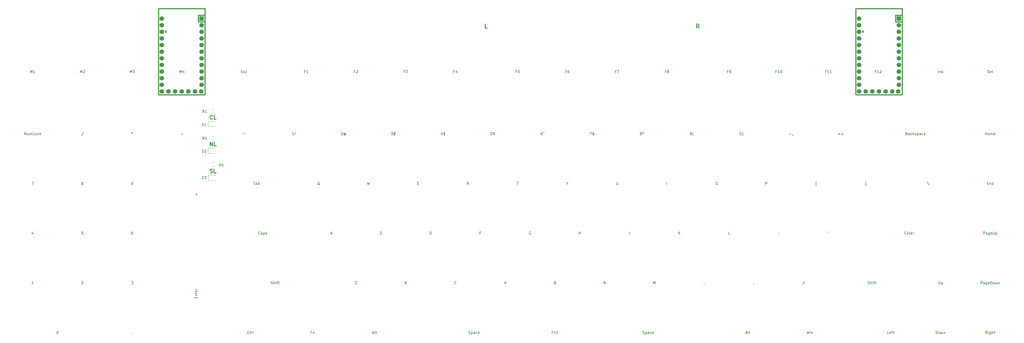
<source format=gbr>
%TF.GenerationSoftware,KiCad,Pcbnew,7.0.1*%
%TF.CreationDate,2023-05-04T08:54:13-07:00*%
%TF.ProjectId,split-kb,73706c69-742d-46b6-922e-6b696361645f,rev?*%
%TF.SameCoordinates,Original*%
%TF.FileFunction,Legend,Top*%
%TF.FilePolarity,Positive*%
%FSLAX46Y46*%
G04 Gerber Fmt 4.6, Leading zero omitted, Abs format (unit mm)*
G04 Created by KiCad (PCBNEW 7.0.1) date 2023-05-04 08:54:13*
%MOMM*%
%LPD*%
G01*
G04 APERTURE LIST*
%ADD10C,0.300000*%
%ADD11C,0.150000*%
%ADD12C,0.120000*%
%ADD13C,0.381000*%
%ADD14R,1.752600X1.752600*%
%ADD15C,1.752600*%
G04 APERTURE END LIST*
D10*
X165651786Y-252157500D02*
X165866072Y-252228928D01*
X165866072Y-252228928D02*
X166223214Y-252228928D01*
X166223214Y-252228928D02*
X166366072Y-252157500D01*
X166366072Y-252157500D02*
X166437500Y-252086071D01*
X166437500Y-252086071D02*
X166508929Y-251943214D01*
X166508929Y-251943214D02*
X166508929Y-251800357D01*
X166508929Y-251800357D02*
X166437500Y-251657500D01*
X166437500Y-251657500D02*
X166366072Y-251586071D01*
X166366072Y-251586071D02*
X166223214Y-251514642D01*
X166223214Y-251514642D02*
X165937500Y-251443214D01*
X165937500Y-251443214D02*
X165794643Y-251371785D01*
X165794643Y-251371785D02*
X165723214Y-251300357D01*
X165723214Y-251300357D02*
X165651786Y-251157500D01*
X165651786Y-251157500D02*
X165651786Y-251014642D01*
X165651786Y-251014642D02*
X165723214Y-250871785D01*
X165723214Y-250871785D02*
X165794643Y-250800357D01*
X165794643Y-250800357D02*
X165937500Y-250728928D01*
X165937500Y-250728928D02*
X166294643Y-250728928D01*
X166294643Y-250728928D02*
X166508929Y-250800357D01*
X167866071Y-252228928D02*
X167151785Y-252228928D01*
X167151785Y-252228928D02*
X167151785Y-250728928D01*
X352845535Y-196666428D02*
X352345535Y-195952142D01*
X351988392Y-196666428D02*
X351988392Y-195166428D01*
X351988392Y-195166428D02*
X352559821Y-195166428D01*
X352559821Y-195166428D02*
X352702678Y-195237857D01*
X352702678Y-195237857D02*
X352774107Y-195309285D01*
X352774107Y-195309285D02*
X352845535Y-195452142D01*
X352845535Y-195452142D02*
X352845535Y-195666428D01*
X352845535Y-195666428D02*
X352774107Y-195809285D01*
X352774107Y-195809285D02*
X352702678Y-195880714D01*
X352702678Y-195880714D02*
X352559821Y-195952142D01*
X352559821Y-195952142D02*
X351988392Y-195952142D01*
X166544642Y-231448571D02*
X166473214Y-231520000D01*
X166473214Y-231520000D02*
X166258928Y-231591428D01*
X166258928Y-231591428D02*
X166116071Y-231591428D01*
X166116071Y-231591428D02*
X165901785Y-231520000D01*
X165901785Y-231520000D02*
X165758928Y-231377142D01*
X165758928Y-231377142D02*
X165687499Y-231234285D01*
X165687499Y-231234285D02*
X165616071Y-230948571D01*
X165616071Y-230948571D02*
X165616071Y-230734285D01*
X165616071Y-230734285D02*
X165687499Y-230448571D01*
X165687499Y-230448571D02*
X165758928Y-230305714D01*
X165758928Y-230305714D02*
X165901785Y-230162857D01*
X165901785Y-230162857D02*
X166116071Y-230091428D01*
X166116071Y-230091428D02*
X166258928Y-230091428D01*
X166258928Y-230091428D02*
X166473214Y-230162857D01*
X166473214Y-230162857D02*
X166544642Y-230234285D01*
X167901785Y-231591428D02*
X167187499Y-231591428D01*
X167187499Y-231591428D02*
X167187499Y-230091428D01*
X271740178Y-196666428D02*
X271025892Y-196666428D01*
X271025892Y-196666428D02*
X271025892Y-195166428D01*
X165651785Y-241910178D02*
X165651785Y-240410178D01*
X165651785Y-240410178D02*
X166508928Y-241910178D01*
X166508928Y-241910178D02*
X166508928Y-240410178D01*
X167937500Y-241910178D02*
X167223214Y-241910178D01*
X167223214Y-241910178D02*
X167223214Y-240410178D01*
D11*
%TO.C,MX97*%
X416568274Y-257040952D02*
X416806369Y-257040952D01*
X416806369Y-257040952D02*
X416806369Y-255612380D01*
X416806369Y-255612380D02*
X416568274Y-255612380D01*
%TO.C,MX61*%
X302458750Y-256231428D02*
X302458750Y-256707619D01*
X302125417Y-255707619D02*
X302458750Y-256231428D01*
X302458750Y-256231428D02*
X302792083Y-255707619D01*
%TO.C,MX39*%
X227854285Y-313571904D02*
X228330475Y-313571904D01*
X227759047Y-313857619D02*
X228092380Y-312857619D01*
X228092380Y-312857619D02*
X228425713Y-313857619D01*
X228901904Y-313857619D02*
X228806666Y-313810000D01*
X228806666Y-313810000D02*
X228759047Y-313714761D01*
X228759047Y-313714761D02*
X228759047Y-312857619D01*
X229140000Y-313190952D02*
X229520952Y-313190952D01*
X229282857Y-312857619D02*
X229282857Y-313714761D01*
X229282857Y-313714761D02*
X229330476Y-313810000D01*
X229330476Y-313810000D02*
X229425714Y-313857619D01*
X229425714Y-313857619D02*
X229520952Y-313857619D01*
%TO.C,MX80*%
X364680773Y-275757619D02*
X364204583Y-275757619D01*
X364204583Y-275757619D02*
X364204583Y-274757619D01*
%TO.C,MX11*%
X116435536Y-293902857D02*
X116483155Y-293855238D01*
X116483155Y-293855238D02*
X116578393Y-293807619D01*
X116578393Y-293807619D02*
X116816488Y-293807619D01*
X116816488Y-293807619D02*
X116911726Y-293855238D01*
X116911726Y-293855238D02*
X116959345Y-293902857D01*
X116959345Y-293902857D02*
X117006964Y-293998095D01*
X117006964Y-293998095D02*
X117006964Y-294093333D01*
X117006964Y-294093333D02*
X116959345Y-294236190D01*
X116959345Y-294236190D02*
X116387917Y-294807619D01*
X116387917Y-294807619D02*
X117006964Y-294807619D01*
%TO.C,MX67*%
X321223036Y-255707619D02*
X321223036Y-256517142D01*
X321223036Y-256517142D02*
X321270655Y-256612380D01*
X321270655Y-256612380D02*
X321318274Y-256660000D01*
X321318274Y-256660000D02*
X321413512Y-256707619D01*
X321413512Y-256707619D02*
X321603988Y-256707619D01*
X321603988Y-256707619D02*
X321699226Y-256660000D01*
X321699226Y-256660000D02*
X321746845Y-256612380D01*
X321746845Y-256612380D02*
X321794464Y-256517142D01*
X321794464Y-256517142D02*
X321794464Y-255707619D01*
%TO.C,MX5*%
X97956964Y-294807619D02*
X97385536Y-294807619D01*
X97671250Y-294807619D02*
X97671250Y-293807619D01*
X97671250Y-293807619D02*
X97576012Y-293950476D01*
X97576012Y-293950476D02*
X97480774Y-294045714D01*
X97480774Y-294045714D02*
X97385536Y-294093333D01*
%TO.C,MX102*%
X440142678Y-255612380D02*
X440999821Y-256898095D01*
%TO.C,MX21*%
X160140059Y-300140476D02*
X160140059Y-299807143D01*
X160663869Y-299664286D02*
X160663869Y-300140476D01*
X160663869Y-300140476D02*
X159663869Y-300140476D01*
X159663869Y-300140476D02*
X159663869Y-299664286D01*
X159997202Y-299235714D02*
X160663869Y-299235714D01*
X160092440Y-299235714D02*
X160044821Y-299188095D01*
X160044821Y-299188095D02*
X159997202Y-299092857D01*
X159997202Y-299092857D02*
X159997202Y-298950000D01*
X159997202Y-298950000D02*
X160044821Y-298854762D01*
X160044821Y-298854762D02*
X160140059Y-298807143D01*
X160140059Y-298807143D02*
X160663869Y-298807143D01*
X159997202Y-298473809D02*
X159997202Y-298092857D01*
X159663869Y-298330952D02*
X160521011Y-298330952D01*
X160521011Y-298330952D02*
X160616250Y-298283333D01*
X160616250Y-298283333D02*
X160663869Y-298188095D01*
X160663869Y-298188095D02*
X160663869Y-298092857D01*
X160616250Y-297378571D02*
X160663869Y-297473809D01*
X160663869Y-297473809D02*
X160663869Y-297664285D01*
X160663869Y-297664285D02*
X160616250Y-297759523D01*
X160616250Y-297759523D02*
X160521011Y-297807142D01*
X160521011Y-297807142D02*
X160140059Y-297807142D01*
X160140059Y-297807142D02*
X160044821Y-297759523D01*
X160044821Y-297759523D02*
X159997202Y-297664285D01*
X159997202Y-297664285D02*
X159997202Y-297473809D01*
X159997202Y-297473809D02*
X160044821Y-297378571D01*
X160044821Y-297378571D02*
X160140059Y-297330952D01*
X160140059Y-297330952D02*
X160235297Y-297330952D01*
X160235297Y-297330952D02*
X160330535Y-297807142D01*
X160663869Y-296902380D02*
X159997202Y-296902380D01*
X160187678Y-296902380D02*
X160092440Y-296854761D01*
X160092440Y-296854761D02*
X160044821Y-296807142D01*
X160044821Y-296807142D02*
X159997202Y-296711904D01*
X159997202Y-296711904D02*
X159997202Y-296616666D01*
%TO.C,MX71*%
X364037916Y-213321309D02*
X363704583Y-213321309D01*
X363704583Y-213845119D02*
X363704583Y-212845119D01*
X363704583Y-212845119D02*
X364180773Y-212845119D01*
X364609345Y-213845119D02*
X364799821Y-213845119D01*
X364799821Y-213845119D02*
X364895059Y-213797500D01*
X364895059Y-213797500D02*
X364942678Y-213749880D01*
X364942678Y-213749880D02*
X365037916Y-213607023D01*
X365037916Y-213607023D02*
X365085535Y-213416547D01*
X365085535Y-213416547D02*
X365085535Y-213035595D01*
X365085535Y-213035595D02*
X365037916Y-212940357D01*
X365037916Y-212940357D02*
X364990297Y-212892738D01*
X364990297Y-212892738D02*
X364895059Y-212845119D01*
X364895059Y-212845119D02*
X364704583Y-212845119D01*
X364704583Y-212845119D02*
X364609345Y-212892738D01*
X364609345Y-212892738D02*
X364561726Y-212940357D01*
X364561726Y-212940357D02*
X364514107Y-213035595D01*
X364514107Y-213035595D02*
X364514107Y-213273690D01*
X364514107Y-213273690D02*
X364561726Y-213368928D01*
X364561726Y-213368928D02*
X364609345Y-213416547D01*
X364609345Y-213416547D02*
X364704583Y-213464166D01*
X364704583Y-213464166D02*
X364895059Y-213464166D01*
X364895059Y-213464166D02*
X364990297Y-213416547D01*
X364990297Y-213416547D02*
X365037916Y-213368928D01*
X365037916Y-213368928D02*
X365085535Y-213273690D01*
%TO.C,MX104*%
X460859940Y-294807619D02*
X460859940Y-293807619D01*
X460859940Y-293807619D02*
X461240892Y-293807619D01*
X461240892Y-293807619D02*
X461336130Y-293855238D01*
X461336130Y-293855238D02*
X461383749Y-293902857D01*
X461383749Y-293902857D02*
X461431368Y-293998095D01*
X461431368Y-293998095D02*
X461431368Y-294140952D01*
X461431368Y-294140952D02*
X461383749Y-294236190D01*
X461383749Y-294236190D02*
X461336130Y-294283809D01*
X461336130Y-294283809D02*
X461240892Y-294331428D01*
X461240892Y-294331428D02*
X460859940Y-294331428D01*
X462288511Y-294807619D02*
X462288511Y-294283809D01*
X462288511Y-294283809D02*
X462240892Y-294188571D01*
X462240892Y-294188571D02*
X462145654Y-294140952D01*
X462145654Y-294140952D02*
X461955178Y-294140952D01*
X461955178Y-294140952D02*
X461859940Y-294188571D01*
X462288511Y-294760000D02*
X462193273Y-294807619D01*
X462193273Y-294807619D02*
X461955178Y-294807619D01*
X461955178Y-294807619D02*
X461859940Y-294760000D01*
X461859940Y-294760000D02*
X461812321Y-294664761D01*
X461812321Y-294664761D02*
X461812321Y-294569523D01*
X461812321Y-294569523D02*
X461859940Y-294474285D01*
X461859940Y-294474285D02*
X461955178Y-294426666D01*
X461955178Y-294426666D02*
X462193273Y-294426666D01*
X462193273Y-294426666D02*
X462288511Y-294379047D01*
X463193273Y-294140952D02*
X463193273Y-294950476D01*
X463193273Y-294950476D02*
X463145654Y-295045714D01*
X463145654Y-295045714D02*
X463098035Y-295093333D01*
X463098035Y-295093333D02*
X463002797Y-295140952D01*
X463002797Y-295140952D02*
X462859940Y-295140952D01*
X462859940Y-295140952D02*
X462764702Y-295093333D01*
X463193273Y-294760000D02*
X463098035Y-294807619D01*
X463098035Y-294807619D02*
X462907559Y-294807619D01*
X462907559Y-294807619D02*
X462812321Y-294760000D01*
X462812321Y-294760000D02*
X462764702Y-294712380D01*
X462764702Y-294712380D02*
X462717083Y-294617142D01*
X462717083Y-294617142D02*
X462717083Y-294331428D01*
X462717083Y-294331428D02*
X462764702Y-294236190D01*
X462764702Y-294236190D02*
X462812321Y-294188571D01*
X462812321Y-294188571D02*
X462907559Y-294140952D01*
X462907559Y-294140952D02*
X463098035Y-294140952D01*
X463098035Y-294140952D02*
X463193273Y-294188571D01*
X464050416Y-294760000D02*
X463955178Y-294807619D01*
X463955178Y-294807619D02*
X463764702Y-294807619D01*
X463764702Y-294807619D02*
X463669464Y-294760000D01*
X463669464Y-294760000D02*
X463621845Y-294664761D01*
X463621845Y-294664761D02*
X463621845Y-294283809D01*
X463621845Y-294283809D02*
X463669464Y-294188571D01*
X463669464Y-294188571D02*
X463764702Y-294140952D01*
X463764702Y-294140952D02*
X463955178Y-294140952D01*
X463955178Y-294140952D02*
X464050416Y-294188571D01*
X464050416Y-294188571D02*
X464098035Y-294283809D01*
X464098035Y-294283809D02*
X464098035Y-294379047D01*
X464098035Y-294379047D02*
X463621845Y-294474285D01*
X464526607Y-294807619D02*
X464526607Y-293807619D01*
X464526607Y-293807619D02*
X464764702Y-293807619D01*
X464764702Y-293807619D02*
X464907559Y-293855238D01*
X464907559Y-293855238D02*
X465002797Y-293950476D01*
X465002797Y-293950476D02*
X465050416Y-294045714D01*
X465050416Y-294045714D02*
X465098035Y-294236190D01*
X465098035Y-294236190D02*
X465098035Y-294379047D01*
X465098035Y-294379047D02*
X465050416Y-294569523D01*
X465050416Y-294569523D02*
X465002797Y-294664761D01*
X465002797Y-294664761D02*
X464907559Y-294760000D01*
X464907559Y-294760000D02*
X464764702Y-294807619D01*
X464764702Y-294807619D02*
X464526607Y-294807619D01*
X465669464Y-294807619D02*
X465574226Y-294760000D01*
X465574226Y-294760000D02*
X465526607Y-294712380D01*
X465526607Y-294712380D02*
X465478988Y-294617142D01*
X465478988Y-294617142D02*
X465478988Y-294331428D01*
X465478988Y-294331428D02*
X465526607Y-294236190D01*
X465526607Y-294236190D02*
X465574226Y-294188571D01*
X465574226Y-294188571D02*
X465669464Y-294140952D01*
X465669464Y-294140952D02*
X465812321Y-294140952D01*
X465812321Y-294140952D02*
X465907559Y-294188571D01*
X465907559Y-294188571D02*
X465955178Y-294236190D01*
X465955178Y-294236190D02*
X466002797Y-294331428D01*
X466002797Y-294331428D02*
X466002797Y-294617142D01*
X466002797Y-294617142D02*
X465955178Y-294712380D01*
X465955178Y-294712380D02*
X465907559Y-294760000D01*
X465907559Y-294760000D02*
X465812321Y-294807619D01*
X465812321Y-294807619D02*
X465669464Y-294807619D01*
X466336131Y-294140952D02*
X466526607Y-294807619D01*
X466526607Y-294807619D02*
X466717083Y-294331428D01*
X466717083Y-294331428D02*
X466907559Y-294807619D01*
X466907559Y-294807619D02*
X467098035Y-294140952D01*
X467478988Y-294140952D02*
X467478988Y-294807619D01*
X467478988Y-294236190D02*
X467526607Y-294188571D01*
X467526607Y-294188571D02*
X467621845Y-294140952D01*
X467621845Y-294140952D02*
X467764702Y-294140952D01*
X467764702Y-294140952D02*
X467859940Y-294188571D01*
X467859940Y-294188571D02*
X467907559Y-294283809D01*
X467907559Y-294283809D02*
X467907559Y-294807619D01*
%TO.C,MX63*%
X316460536Y-294807619D02*
X316460536Y-293807619D01*
X316460536Y-293807619D02*
X317031964Y-294807619D01*
X317031964Y-294807619D02*
X317031964Y-293807619D01*
%TO.C,MX84*%
X387421845Y-237276666D02*
X388183750Y-237276666D01*
X388421845Y-237752857D02*
X389183749Y-237752857D01*
%TO.C,MX23*%
X178181369Y-236610000D02*
X178324226Y-236752857D01*
X178562321Y-237276666D02*
X178609940Y-237229047D01*
X178609940Y-237229047D02*
X178705178Y-237181428D01*
X178705178Y-237181428D02*
X178895654Y-237276666D01*
X178895654Y-237276666D02*
X178990892Y-237229047D01*
X178990892Y-237229047D02*
X179038511Y-237181428D01*
%TO.C,MX32*%
X221162917Y-293807619D02*
X221829583Y-293807619D01*
X221829583Y-293807619D02*
X221162917Y-294807619D01*
X221162917Y-294807619D02*
X221829583Y-294807619D01*
%TO.C,MX41*%
X234950417Y-236657619D02*
X235569464Y-236657619D01*
X235569464Y-236657619D02*
X235236131Y-237038571D01*
X235236131Y-237038571D02*
X235378988Y-237038571D01*
X235378988Y-237038571D02*
X235474226Y-237086190D01*
X235474226Y-237086190D02*
X235521845Y-237133809D01*
X235521845Y-237133809D02*
X235569464Y-237229047D01*
X235569464Y-237229047D02*
X235569464Y-237467142D01*
X235569464Y-237467142D02*
X235521845Y-237562380D01*
X235521845Y-237562380D02*
X235474226Y-237610000D01*
X235474226Y-237610000D02*
X235378988Y-237657619D01*
X235378988Y-237657619D02*
X235093274Y-237657619D01*
X235093274Y-237657619D02*
X234998036Y-237610000D01*
X234998036Y-237610000D02*
X234950417Y-237562380D01*
X235950417Y-236990952D02*
X236664702Y-236990952D01*
X236236131Y-236562380D02*
X235950417Y-237848095D01*
X236569464Y-237419523D02*
X235855179Y-237419523D01*
X236283750Y-237848095D02*
X236569464Y-236562380D01*
%TO.C,MX77*%
X382611726Y-213321309D02*
X382278393Y-213321309D01*
X382278393Y-213845119D02*
X382278393Y-212845119D01*
X382278393Y-212845119D02*
X382754583Y-212845119D01*
X383659345Y-213845119D02*
X383087917Y-213845119D01*
X383373631Y-213845119D02*
X383373631Y-212845119D01*
X383373631Y-212845119D02*
X383278393Y-212987976D01*
X383278393Y-212987976D02*
X383183155Y-213083214D01*
X383183155Y-213083214D02*
X383087917Y-213130833D01*
X384278393Y-212845119D02*
X384373631Y-212845119D01*
X384373631Y-212845119D02*
X384468869Y-212892738D01*
X384468869Y-212892738D02*
X384516488Y-212940357D01*
X384516488Y-212940357D02*
X384564107Y-213035595D01*
X384564107Y-213035595D02*
X384611726Y-213226071D01*
X384611726Y-213226071D02*
X384611726Y-213464166D01*
X384611726Y-213464166D02*
X384564107Y-213654642D01*
X384564107Y-213654642D02*
X384516488Y-213749880D01*
X384516488Y-213749880D02*
X384468869Y-213797500D01*
X384468869Y-213797500D02*
X384373631Y-213845119D01*
X384373631Y-213845119D02*
X384278393Y-213845119D01*
X384278393Y-213845119D02*
X384183155Y-213797500D01*
X384183155Y-213797500D02*
X384135536Y-213749880D01*
X384135536Y-213749880D02*
X384087917Y-213654642D01*
X384087917Y-213654642D02*
X384040298Y-213464166D01*
X384040298Y-213464166D02*
X384040298Y-213226071D01*
X384040298Y-213226071D02*
X384087917Y-213035595D01*
X384087917Y-213035595D02*
X384135536Y-212940357D01*
X384135536Y-212940357D02*
X384183155Y-212892738D01*
X384183155Y-212892738D02*
X384278393Y-212845119D01*
%TO.C,R1*%
X163345833Y-229062619D02*
X163012500Y-228586428D01*
X162774405Y-229062619D02*
X162774405Y-228062619D01*
X162774405Y-228062619D02*
X163155357Y-228062619D01*
X163155357Y-228062619D02*
X163250595Y-228110238D01*
X163250595Y-228110238D02*
X163298214Y-228157857D01*
X163298214Y-228157857D02*
X163345833Y-228253095D01*
X163345833Y-228253095D02*
X163345833Y-228395952D01*
X163345833Y-228395952D02*
X163298214Y-228491190D01*
X163298214Y-228491190D02*
X163250595Y-228538809D01*
X163250595Y-228538809D02*
X163155357Y-228586428D01*
X163155357Y-228586428D02*
X162774405Y-228586428D01*
X164298214Y-229062619D02*
X163726786Y-229062619D01*
X164012500Y-229062619D02*
X164012500Y-228062619D01*
X164012500Y-228062619D02*
X163917262Y-228205476D01*
X163917262Y-228205476D02*
X163822024Y-228300714D01*
X163822024Y-228300714D02*
X163726786Y-228348333D01*
%TO.C,MX22*%
X177586131Y-213321309D02*
X177919464Y-213321309D01*
X178062321Y-213845119D02*
X177586131Y-213845119D01*
X177586131Y-213845119D02*
X177586131Y-212845119D01*
X177586131Y-212845119D02*
X178062321Y-212845119D01*
X178443274Y-213797500D02*
X178538512Y-213845119D01*
X178538512Y-213845119D02*
X178728988Y-213845119D01*
X178728988Y-213845119D02*
X178824226Y-213797500D01*
X178824226Y-213797500D02*
X178871845Y-213702261D01*
X178871845Y-213702261D02*
X178871845Y-213654642D01*
X178871845Y-213654642D02*
X178824226Y-213559404D01*
X178824226Y-213559404D02*
X178728988Y-213511785D01*
X178728988Y-213511785D02*
X178586131Y-213511785D01*
X178586131Y-213511785D02*
X178490893Y-213464166D01*
X178490893Y-213464166D02*
X178443274Y-213368928D01*
X178443274Y-213368928D02*
X178443274Y-213321309D01*
X178443274Y-213321309D02*
X178490893Y-213226071D01*
X178490893Y-213226071D02*
X178586131Y-213178452D01*
X178586131Y-213178452D02*
X178728988Y-213178452D01*
X178728988Y-213178452D02*
X178824226Y-213226071D01*
X179728988Y-213797500D02*
X179633750Y-213845119D01*
X179633750Y-213845119D02*
X179443274Y-213845119D01*
X179443274Y-213845119D02*
X179348036Y-213797500D01*
X179348036Y-213797500D02*
X179300417Y-213749880D01*
X179300417Y-213749880D02*
X179252798Y-213654642D01*
X179252798Y-213654642D02*
X179252798Y-213368928D01*
X179252798Y-213368928D02*
X179300417Y-213273690D01*
X179300417Y-213273690D02*
X179348036Y-213226071D01*
X179348036Y-213226071D02*
X179443274Y-213178452D01*
X179443274Y-213178452D02*
X179633750Y-213178452D01*
X179633750Y-213178452D02*
X179728988Y-213226071D01*
%TO.C,MX95*%
X444476607Y-213845119D02*
X444476607Y-212845119D01*
X444952797Y-213178452D02*
X444952797Y-213845119D01*
X444952797Y-213273690D02*
X445000416Y-213226071D01*
X445000416Y-213226071D02*
X445095654Y-213178452D01*
X445095654Y-213178452D02*
X445238511Y-213178452D01*
X445238511Y-213178452D02*
X445333749Y-213226071D01*
X445333749Y-213226071D02*
X445381368Y-213321309D01*
X445381368Y-213321309D02*
X445381368Y-213845119D01*
X445809940Y-213797500D02*
X445905178Y-213845119D01*
X445905178Y-213845119D02*
X446095654Y-213845119D01*
X446095654Y-213845119D02*
X446190892Y-213797500D01*
X446190892Y-213797500D02*
X446238511Y-213702261D01*
X446238511Y-213702261D02*
X446238511Y-213654642D01*
X446238511Y-213654642D02*
X446190892Y-213559404D01*
X446190892Y-213559404D02*
X446095654Y-213511785D01*
X446095654Y-213511785D02*
X445952797Y-213511785D01*
X445952797Y-213511785D02*
X445857559Y-213464166D01*
X445857559Y-213464166D02*
X445809940Y-213368928D01*
X445809940Y-213368928D02*
X445809940Y-213321309D01*
X445809940Y-213321309D02*
X445857559Y-213226071D01*
X445857559Y-213226071D02*
X445952797Y-213178452D01*
X445952797Y-213178452D02*
X446095654Y-213178452D01*
X446095654Y-213178452D02*
X446190892Y-213226071D01*
%TO.C,MX4*%
X97861726Y-275090952D02*
X97861726Y-275757619D01*
X97623631Y-274710000D02*
X97385536Y-275424285D01*
X97385536Y-275424285D02*
X98004583Y-275424285D01*
%TO.C,MX53*%
X273550416Y-236657619D02*
X273074226Y-236657619D01*
X273074226Y-236657619D02*
X273026607Y-237133809D01*
X273026607Y-237133809D02*
X273074226Y-237086190D01*
X273074226Y-237086190D02*
X273169464Y-237038571D01*
X273169464Y-237038571D02*
X273407559Y-237038571D01*
X273407559Y-237038571D02*
X273502797Y-237086190D01*
X273502797Y-237086190D02*
X273550416Y-237133809D01*
X273550416Y-237133809D02*
X273598035Y-237229047D01*
X273598035Y-237229047D02*
X273598035Y-237467142D01*
X273598035Y-237467142D02*
X273550416Y-237562380D01*
X273550416Y-237562380D02*
X273502797Y-237610000D01*
X273502797Y-237610000D02*
X273407559Y-237657619D01*
X273407559Y-237657619D02*
X273169464Y-237657619D01*
X273169464Y-237657619D02*
X273074226Y-237610000D01*
X273074226Y-237610000D02*
X273026607Y-237562380D01*
X273978988Y-237657619D02*
X274740892Y-236657619D01*
X274121845Y-236657619D02*
X274217083Y-236705238D01*
X274217083Y-236705238D02*
X274264702Y-236800476D01*
X274264702Y-236800476D02*
X274217083Y-236895714D01*
X274217083Y-236895714D02*
X274121845Y-236943333D01*
X274121845Y-236943333D02*
X274026607Y-236895714D01*
X274026607Y-236895714D02*
X273978988Y-236800476D01*
X273978988Y-236800476D02*
X274026607Y-236705238D01*
X274026607Y-236705238D02*
X274121845Y-236657619D01*
X274693273Y-237610000D02*
X274740892Y-237514761D01*
X274740892Y-237514761D02*
X274693273Y-237419523D01*
X274693273Y-237419523D02*
X274598035Y-237371904D01*
X274598035Y-237371904D02*
X274502797Y-237419523D01*
X274502797Y-237419523D02*
X274455178Y-237514761D01*
X274455178Y-237514761D02*
X274502797Y-237610000D01*
X274502797Y-237610000D02*
X274598035Y-237657619D01*
X274598035Y-237657619D02*
X274693273Y-237610000D01*
%TO.C,MX7*%
X115911726Y-213845119D02*
X115911726Y-212845119D01*
X115911726Y-212845119D02*
X116245059Y-213559404D01*
X116245059Y-213559404D02*
X116578392Y-212845119D01*
X116578392Y-212845119D02*
X116578392Y-213845119D01*
X117006964Y-212940357D02*
X117054583Y-212892738D01*
X117054583Y-212892738D02*
X117149821Y-212845119D01*
X117149821Y-212845119D02*
X117387916Y-212845119D01*
X117387916Y-212845119D02*
X117483154Y-212892738D01*
X117483154Y-212892738D02*
X117530773Y-212940357D01*
X117530773Y-212940357D02*
X117578392Y-213035595D01*
X117578392Y-213035595D02*
X117578392Y-213130833D01*
X117578392Y-213130833D02*
X117530773Y-213273690D01*
X117530773Y-213273690D02*
X116959345Y-213845119D01*
X116959345Y-213845119D02*
X117578392Y-213845119D01*
%TO.C,MX37*%
X230735536Y-275710000D02*
X230878393Y-275757619D01*
X230878393Y-275757619D02*
X231116488Y-275757619D01*
X231116488Y-275757619D02*
X231211726Y-275710000D01*
X231211726Y-275710000D02*
X231259345Y-275662380D01*
X231259345Y-275662380D02*
X231306964Y-275567142D01*
X231306964Y-275567142D02*
X231306964Y-275471904D01*
X231306964Y-275471904D02*
X231259345Y-275376666D01*
X231259345Y-275376666D02*
X231211726Y-275329047D01*
X231211726Y-275329047D02*
X231116488Y-275281428D01*
X231116488Y-275281428D02*
X230926012Y-275233809D01*
X230926012Y-275233809D02*
X230830774Y-275186190D01*
X230830774Y-275186190D02*
X230783155Y-275138571D01*
X230783155Y-275138571D02*
X230735536Y-275043333D01*
X230735536Y-275043333D02*
X230735536Y-274948095D01*
X230735536Y-274948095D02*
X230783155Y-274852857D01*
X230783155Y-274852857D02*
X230830774Y-274805238D01*
X230830774Y-274805238D02*
X230926012Y-274757619D01*
X230926012Y-274757619D02*
X231164107Y-274757619D01*
X231164107Y-274757619D02*
X231306964Y-274805238D01*
%TO.C,MX68*%
X326414107Y-274757619D02*
X326414107Y-275471904D01*
X326414107Y-275471904D02*
X326366488Y-275614761D01*
X326366488Y-275614761D02*
X326271250Y-275710000D01*
X326271250Y-275710000D02*
X326128393Y-275757619D01*
X326128393Y-275757619D02*
X326033155Y-275757619D01*
%TO.C,MX33*%
X204517976Y-313333809D02*
X204184643Y-313333809D01*
X204184643Y-313857619D02*
X204184643Y-312857619D01*
X204184643Y-312857619D02*
X204660833Y-312857619D01*
X205041786Y-313190952D02*
X205041786Y-313857619D01*
X205041786Y-313286190D02*
X205089405Y-313238571D01*
X205089405Y-313238571D02*
X205184643Y-313190952D01*
X205184643Y-313190952D02*
X205327500Y-313190952D01*
X205327500Y-313190952D02*
X205422738Y-313238571D01*
X205422738Y-313238571D02*
X205470357Y-313333809D01*
X205470357Y-313333809D02*
X205470357Y-313857619D01*
%TO.C,MX10*%
X116959345Y-274757619D02*
X116483155Y-274757619D01*
X116483155Y-274757619D02*
X116435536Y-275233809D01*
X116435536Y-275233809D02*
X116483155Y-275186190D01*
X116483155Y-275186190D02*
X116578393Y-275138571D01*
X116578393Y-275138571D02*
X116816488Y-275138571D01*
X116816488Y-275138571D02*
X116911726Y-275186190D01*
X116911726Y-275186190D02*
X116959345Y-275233809D01*
X116959345Y-275233809D02*
X117006964Y-275329047D01*
X117006964Y-275329047D02*
X117006964Y-275567142D01*
X117006964Y-275567142D02*
X116959345Y-275662380D01*
X116959345Y-275662380D02*
X116911726Y-275710000D01*
X116911726Y-275710000D02*
X116816488Y-275757619D01*
X116816488Y-275757619D02*
X116578393Y-275757619D01*
X116578393Y-275757619D02*
X116483155Y-275710000D01*
X116483155Y-275710000D02*
X116435536Y-275662380D01*
%TO.C,MX48*%
X264668273Y-256707619D02*
X264334940Y-256231428D01*
X264096845Y-256707619D02*
X264096845Y-255707619D01*
X264096845Y-255707619D02*
X264477797Y-255707619D01*
X264477797Y-255707619D02*
X264573035Y-255755238D01*
X264573035Y-255755238D02*
X264620654Y-255802857D01*
X264620654Y-255802857D02*
X264668273Y-255898095D01*
X264668273Y-255898095D02*
X264668273Y-256040952D01*
X264668273Y-256040952D02*
X264620654Y-256136190D01*
X264620654Y-256136190D02*
X264573035Y-256183809D01*
X264573035Y-256183809D02*
X264477797Y-256231428D01*
X264477797Y-256231428D02*
X264096845Y-256231428D01*
%TO.C,MX58*%
X292838511Y-236657619D02*
X292648035Y-236657619D01*
X292648035Y-236657619D02*
X292552797Y-236705238D01*
X292552797Y-236705238D02*
X292505178Y-236752857D01*
X292505178Y-236752857D02*
X292409940Y-236895714D01*
X292409940Y-236895714D02*
X292362321Y-237086190D01*
X292362321Y-237086190D02*
X292362321Y-237467142D01*
X292362321Y-237467142D02*
X292409940Y-237562380D01*
X292409940Y-237562380D02*
X292457559Y-237610000D01*
X292457559Y-237610000D02*
X292552797Y-237657619D01*
X292552797Y-237657619D02*
X292743273Y-237657619D01*
X292743273Y-237657619D02*
X292838511Y-237610000D01*
X292838511Y-237610000D02*
X292886130Y-237562380D01*
X292886130Y-237562380D02*
X292933749Y-237467142D01*
X292933749Y-237467142D02*
X292933749Y-237229047D01*
X292933749Y-237229047D02*
X292886130Y-237133809D01*
X292886130Y-237133809D02*
X292838511Y-237086190D01*
X292838511Y-237086190D02*
X292743273Y-237038571D01*
X292743273Y-237038571D02*
X292552797Y-237038571D01*
X292552797Y-237038571D02*
X292457559Y-237086190D01*
X292457559Y-237086190D02*
X292409940Y-237133809D01*
X292409940Y-237133809D02*
X292362321Y-237229047D01*
X293219464Y-236752857D02*
X293409940Y-236610000D01*
X293409940Y-236610000D02*
X293600416Y-236752857D01*
%TO.C,MX93*%
X417592381Y-294760000D02*
X417735238Y-294807619D01*
X417735238Y-294807619D02*
X417973333Y-294807619D01*
X417973333Y-294807619D02*
X418068571Y-294760000D01*
X418068571Y-294760000D02*
X418116190Y-294712380D01*
X418116190Y-294712380D02*
X418163809Y-294617142D01*
X418163809Y-294617142D02*
X418163809Y-294521904D01*
X418163809Y-294521904D02*
X418116190Y-294426666D01*
X418116190Y-294426666D02*
X418068571Y-294379047D01*
X418068571Y-294379047D02*
X417973333Y-294331428D01*
X417973333Y-294331428D02*
X417782857Y-294283809D01*
X417782857Y-294283809D02*
X417687619Y-294236190D01*
X417687619Y-294236190D02*
X417640000Y-294188571D01*
X417640000Y-294188571D02*
X417592381Y-294093333D01*
X417592381Y-294093333D02*
X417592381Y-293998095D01*
X417592381Y-293998095D02*
X417640000Y-293902857D01*
X417640000Y-293902857D02*
X417687619Y-293855238D01*
X417687619Y-293855238D02*
X417782857Y-293807619D01*
X417782857Y-293807619D02*
X418020952Y-293807619D01*
X418020952Y-293807619D02*
X418163809Y-293855238D01*
X418592381Y-294807619D02*
X418592381Y-293807619D01*
X419020952Y-294807619D02*
X419020952Y-294283809D01*
X419020952Y-294283809D02*
X418973333Y-294188571D01*
X418973333Y-294188571D02*
X418878095Y-294140952D01*
X418878095Y-294140952D02*
X418735238Y-294140952D01*
X418735238Y-294140952D02*
X418640000Y-294188571D01*
X418640000Y-294188571D02*
X418592381Y-294236190D01*
X419497143Y-294807619D02*
X419497143Y-294140952D01*
X419497143Y-293807619D02*
X419449524Y-293855238D01*
X419449524Y-293855238D02*
X419497143Y-293902857D01*
X419497143Y-293902857D02*
X419544762Y-293855238D01*
X419544762Y-293855238D02*
X419497143Y-293807619D01*
X419497143Y-293807619D02*
X419497143Y-293902857D01*
X419830476Y-294140952D02*
X420211428Y-294140952D01*
X419973333Y-294807619D02*
X419973333Y-293950476D01*
X419973333Y-293950476D02*
X420020952Y-293855238D01*
X420020952Y-293855238D02*
X420116190Y-293807619D01*
X420116190Y-293807619D02*
X420211428Y-293807619D01*
X420401905Y-294140952D02*
X420782857Y-294140952D01*
X420544762Y-293807619D02*
X420544762Y-294664761D01*
X420544762Y-294664761D02*
X420592381Y-294760000D01*
X420592381Y-294760000D02*
X420687619Y-294807619D01*
X420687619Y-294807619D02*
X420782857Y-294807619D01*
%TO.C,MX28*%
X202112916Y-213321309D02*
X201779583Y-213321309D01*
X201779583Y-213845119D02*
X201779583Y-212845119D01*
X201779583Y-212845119D02*
X202255773Y-212845119D01*
X203160535Y-213845119D02*
X202589107Y-213845119D01*
X202874821Y-213845119D02*
X202874821Y-212845119D01*
X202874821Y-212845119D02*
X202779583Y-212987976D01*
X202779583Y-212987976D02*
X202684345Y-213083214D01*
X202684345Y-213083214D02*
X202589107Y-213130833D01*
%TO.C,MX25*%
X184777499Y-275662380D02*
X184729880Y-275710000D01*
X184729880Y-275710000D02*
X184587023Y-275757619D01*
X184587023Y-275757619D02*
X184491785Y-275757619D01*
X184491785Y-275757619D02*
X184348928Y-275710000D01*
X184348928Y-275710000D02*
X184253690Y-275614761D01*
X184253690Y-275614761D02*
X184206071Y-275519523D01*
X184206071Y-275519523D02*
X184158452Y-275329047D01*
X184158452Y-275329047D02*
X184158452Y-275186190D01*
X184158452Y-275186190D02*
X184206071Y-274995714D01*
X184206071Y-274995714D02*
X184253690Y-274900476D01*
X184253690Y-274900476D02*
X184348928Y-274805238D01*
X184348928Y-274805238D02*
X184491785Y-274757619D01*
X184491785Y-274757619D02*
X184587023Y-274757619D01*
X184587023Y-274757619D02*
X184729880Y-274805238D01*
X184729880Y-274805238D02*
X184777499Y-274852857D01*
X185634642Y-275757619D02*
X185634642Y-275233809D01*
X185634642Y-275233809D02*
X185587023Y-275138571D01*
X185587023Y-275138571D02*
X185491785Y-275090952D01*
X185491785Y-275090952D02*
X185301309Y-275090952D01*
X185301309Y-275090952D02*
X185206071Y-275138571D01*
X185634642Y-275710000D02*
X185539404Y-275757619D01*
X185539404Y-275757619D02*
X185301309Y-275757619D01*
X185301309Y-275757619D02*
X185206071Y-275710000D01*
X185206071Y-275710000D02*
X185158452Y-275614761D01*
X185158452Y-275614761D02*
X185158452Y-275519523D01*
X185158452Y-275519523D02*
X185206071Y-275424285D01*
X185206071Y-275424285D02*
X185301309Y-275376666D01*
X185301309Y-275376666D02*
X185539404Y-275376666D01*
X185539404Y-275376666D02*
X185634642Y-275329047D01*
X186110833Y-275090952D02*
X186110833Y-276090952D01*
X186110833Y-275138571D02*
X186206071Y-275090952D01*
X186206071Y-275090952D02*
X186396547Y-275090952D01*
X186396547Y-275090952D02*
X186491785Y-275138571D01*
X186491785Y-275138571D02*
X186539404Y-275186190D01*
X186539404Y-275186190D02*
X186587023Y-275281428D01*
X186587023Y-275281428D02*
X186587023Y-275567142D01*
X186587023Y-275567142D02*
X186539404Y-275662380D01*
X186539404Y-275662380D02*
X186491785Y-275710000D01*
X186491785Y-275710000D02*
X186396547Y-275757619D01*
X186396547Y-275757619D02*
X186206071Y-275757619D01*
X186206071Y-275757619D02*
X186110833Y-275710000D01*
X186967976Y-275710000D02*
X187063214Y-275757619D01*
X187063214Y-275757619D02*
X187253690Y-275757619D01*
X187253690Y-275757619D02*
X187348928Y-275710000D01*
X187348928Y-275710000D02*
X187396547Y-275614761D01*
X187396547Y-275614761D02*
X187396547Y-275567142D01*
X187396547Y-275567142D02*
X187348928Y-275471904D01*
X187348928Y-275471904D02*
X187253690Y-275424285D01*
X187253690Y-275424285D02*
X187110833Y-275424285D01*
X187110833Y-275424285D02*
X187015595Y-275376666D01*
X187015595Y-275376666D02*
X186967976Y-275281428D01*
X186967976Y-275281428D02*
X186967976Y-275233809D01*
X186967976Y-275233809D02*
X187015595Y-275138571D01*
X187015595Y-275138571D02*
X187110833Y-275090952D01*
X187110833Y-275090952D02*
X187253690Y-275090952D01*
X187253690Y-275090952D02*
X187348928Y-275138571D01*
%TO.C,MX14*%
X135580774Y-256707619D02*
X135771250Y-256707619D01*
X135771250Y-256707619D02*
X135866488Y-256660000D01*
X135866488Y-256660000D02*
X135914107Y-256612380D01*
X135914107Y-256612380D02*
X136009345Y-256469523D01*
X136009345Y-256469523D02*
X136056964Y-256279047D01*
X136056964Y-256279047D02*
X136056964Y-255898095D01*
X136056964Y-255898095D02*
X136009345Y-255802857D01*
X136009345Y-255802857D02*
X135961726Y-255755238D01*
X135961726Y-255755238D02*
X135866488Y-255707619D01*
X135866488Y-255707619D02*
X135676012Y-255707619D01*
X135676012Y-255707619D02*
X135580774Y-255755238D01*
X135580774Y-255755238D02*
X135533155Y-255802857D01*
X135533155Y-255802857D02*
X135485536Y-255898095D01*
X135485536Y-255898095D02*
X135485536Y-256136190D01*
X135485536Y-256136190D02*
X135533155Y-256231428D01*
X135533155Y-256231428D02*
X135580774Y-256279047D01*
X135580774Y-256279047D02*
X135676012Y-256326666D01*
X135676012Y-256326666D02*
X135866488Y-256326666D01*
X135866488Y-256326666D02*
X135961726Y-256279047D01*
X135961726Y-256279047D02*
X136009345Y-256231428D01*
X136009345Y-256231428D02*
X136056964Y-256136190D01*
%TO.C,MX29*%
X197731369Y-237657619D02*
X197159941Y-237657619D01*
X197445655Y-237657619D02*
X197445655Y-236657619D01*
X197445655Y-236657619D02*
X197350417Y-236800476D01*
X197350417Y-236800476D02*
X197255179Y-236895714D01*
X197255179Y-236895714D02*
X197159941Y-236943333D01*
X198159941Y-237562380D02*
X198207560Y-237610000D01*
X198207560Y-237610000D02*
X198159941Y-237657619D01*
X198159941Y-237657619D02*
X198112322Y-237610000D01*
X198112322Y-237610000D02*
X198159941Y-237562380D01*
X198159941Y-237562380D02*
X198159941Y-237657619D01*
X198159941Y-237276666D02*
X198112322Y-236705238D01*
X198112322Y-236705238D02*
X198159941Y-236657619D01*
X198159941Y-236657619D02*
X198207560Y-236705238D01*
X198207560Y-236705238D02*
X198159941Y-237276666D01*
X198159941Y-237276666D02*
X198159941Y-236657619D01*
%TO.C,MX103*%
X461812321Y-275757619D02*
X461812321Y-274757619D01*
X461812321Y-274757619D02*
X462193273Y-274757619D01*
X462193273Y-274757619D02*
X462288511Y-274805238D01*
X462288511Y-274805238D02*
X462336130Y-274852857D01*
X462336130Y-274852857D02*
X462383749Y-274948095D01*
X462383749Y-274948095D02*
X462383749Y-275090952D01*
X462383749Y-275090952D02*
X462336130Y-275186190D01*
X462336130Y-275186190D02*
X462288511Y-275233809D01*
X462288511Y-275233809D02*
X462193273Y-275281428D01*
X462193273Y-275281428D02*
X461812321Y-275281428D01*
X463240892Y-275757619D02*
X463240892Y-275233809D01*
X463240892Y-275233809D02*
X463193273Y-275138571D01*
X463193273Y-275138571D02*
X463098035Y-275090952D01*
X463098035Y-275090952D02*
X462907559Y-275090952D01*
X462907559Y-275090952D02*
X462812321Y-275138571D01*
X463240892Y-275710000D02*
X463145654Y-275757619D01*
X463145654Y-275757619D02*
X462907559Y-275757619D01*
X462907559Y-275757619D02*
X462812321Y-275710000D01*
X462812321Y-275710000D02*
X462764702Y-275614761D01*
X462764702Y-275614761D02*
X462764702Y-275519523D01*
X462764702Y-275519523D02*
X462812321Y-275424285D01*
X462812321Y-275424285D02*
X462907559Y-275376666D01*
X462907559Y-275376666D02*
X463145654Y-275376666D01*
X463145654Y-275376666D02*
X463240892Y-275329047D01*
X464145654Y-275090952D02*
X464145654Y-275900476D01*
X464145654Y-275900476D02*
X464098035Y-275995714D01*
X464098035Y-275995714D02*
X464050416Y-276043333D01*
X464050416Y-276043333D02*
X463955178Y-276090952D01*
X463955178Y-276090952D02*
X463812321Y-276090952D01*
X463812321Y-276090952D02*
X463717083Y-276043333D01*
X464145654Y-275710000D02*
X464050416Y-275757619D01*
X464050416Y-275757619D02*
X463859940Y-275757619D01*
X463859940Y-275757619D02*
X463764702Y-275710000D01*
X463764702Y-275710000D02*
X463717083Y-275662380D01*
X463717083Y-275662380D02*
X463669464Y-275567142D01*
X463669464Y-275567142D02*
X463669464Y-275281428D01*
X463669464Y-275281428D02*
X463717083Y-275186190D01*
X463717083Y-275186190D02*
X463764702Y-275138571D01*
X463764702Y-275138571D02*
X463859940Y-275090952D01*
X463859940Y-275090952D02*
X464050416Y-275090952D01*
X464050416Y-275090952D02*
X464145654Y-275138571D01*
X465002797Y-275710000D02*
X464907559Y-275757619D01*
X464907559Y-275757619D02*
X464717083Y-275757619D01*
X464717083Y-275757619D02*
X464621845Y-275710000D01*
X464621845Y-275710000D02*
X464574226Y-275614761D01*
X464574226Y-275614761D02*
X464574226Y-275233809D01*
X464574226Y-275233809D02*
X464621845Y-275138571D01*
X464621845Y-275138571D02*
X464717083Y-275090952D01*
X464717083Y-275090952D02*
X464907559Y-275090952D01*
X464907559Y-275090952D02*
X465002797Y-275138571D01*
X465002797Y-275138571D02*
X465050416Y-275233809D01*
X465050416Y-275233809D02*
X465050416Y-275329047D01*
X465050416Y-275329047D02*
X464574226Y-275424285D01*
X465478988Y-274757619D02*
X465478988Y-275567142D01*
X465478988Y-275567142D02*
X465526607Y-275662380D01*
X465526607Y-275662380D02*
X465574226Y-275710000D01*
X465574226Y-275710000D02*
X465669464Y-275757619D01*
X465669464Y-275757619D02*
X465859940Y-275757619D01*
X465859940Y-275757619D02*
X465955178Y-275710000D01*
X465955178Y-275710000D02*
X466002797Y-275662380D01*
X466002797Y-275662380D02*
X466050416Y-275567142D01*
X466050416Y-275567142D02*
X466050416Y-274757619D01*
X466526607Y-275090952D02*
X466526607Y-276090952D01*
X466526607Y-275138571D02*
X466621845Y-275090952D01*
X466621845Y-275090952D02*
X466812321Y-275090952D01*
X466812321Y-275090952D02*
X466907559Y-275138571D01*
X466907559Y-275138571D02*
X466955178Y-275186190D01*
X466955178Y-275186190D02*
X467002797Y-275281428D01*
X467002797Y-275281428D02*
X467002797Y-275567142D01*
X467002797Y-275567142D02*
X466955178Y-275662380D01*
X466955178Y-275662380D02*
X466907559Y-275710000D01*
X466907559Y-275710000D02*
X466812321Y-275757619D01*
X466812321Y-275757619D02*
X466621845Y-275757619D01*
X466621845Y-275757619D02*
X466526607Y-275710000D01*
%TO.C,MX12*%
X134961726Y-213845119D02*
X134961726Y-212845119D01*
X134961726Y-212845119D02*
X135295059Y-213559404D01*
X135295059Y-213559404D02*
X135628392Y-212845119D01*
X135628392Y-212845119D02*
X135628392Y-213845119D01*
X136009345Y-212845119D02*
X136628392Y-212845119D01*
X136628392Y-212845119D02*
X136295059Y-213226071D01*
X136295059Y-213226071D02*
X136437916Y-213226071D01*
X136437916Y-213226071D02*
X136533154Y-213273690D01*
X136533154Y-213273690D02*
X136580773Y-213321309D01*
X136580773Y-213321309D02*
X136628392Y-213416547D01*
X136628392Y-213416547D02*
X136628392Y-213654642D01*
X136628392Y-213654642D02*
X136580773Y-213749880D01*
X136580773Y-213749880D02*
X136533154Y-213797500D01*
X136533154Y-213797500D02*
X136437916Y-213845119D01*
X136437916Y-213845119D02*
X136152202Y-213845119D01*
X136152202Y-213845119D02*
X136056964Y-213797500D01*
X136056964Y-213797500D02*
X136009345Y-213749880D01*
%TO.C,MX24*%
X182205774Y-255707619D02*
X182777202Y-255707619D01*
X182491488Y-256707619D02*
X182491488Y-255707619D01*
X183539107Y-256707619D02*
X183539107Y-256183809D01*
X183539107Y-256183809D02*
X183491488Y-256088571D01*
X183491488Y-256088571D02*
X183396250Y-256040952D01*
X183396250Y-256040952D02*
X183205774Y-256040952D01*
X183205774Y-256040952D02*
X183110536Y-256088571D01*
X183539107Y-256660000D02*
X183443869Y-256707619D01*
X183443869Y-256707619D02*
X183205774Y-256707619D01*
X183205774Y-256707619D02*
X183110536Y-256660000D01*
X183110536Y-256660000D02*
X183062917Y-256564761D01*
X183062917Y-256564761D02*
X183062917Y-256469523D01*
X183062917Y-256469523D02*
X183110536Y-256374285D01*
X183110536Y-256374285D02*
X183205774Y-256326666D01*
X183205774Y-256326666D02*
X183443869Y-256326666D01*
X183443869Y-256326666D02*
X183539107Y-256279047D01*
X184015298Y-256707619D02*
X184015298Y-255707619D01*
X184015298Y-256088571D02*
X184110536Y-256040952D01*
X184110536Y-256040952D02*
X184301012Y-256040952D01*
X184301012Y-256040952D02*
X184396250Y-256088571D01*
X184396250Y-256088571D02*
X184443869Y-256136190D01*
X184443869Y-256136190D02*
X184491488Y-256231428D01*
X184491488Y-256231428D02*
X184491488Y-256517142D01*
X184491488Y-256517142D02*
X184443869Y-256612380D01*
X184443869Y-256612380D02*
X184396250Y-256660000D01*
X184396250Y-256660000D02*
X184301012Y-256707619D01*
X184301012Y-256707619D02*
X184110536Y-256707619D01*
X184110536Y-256707619D02*
X184015298Y-256660000D01*
%TO.C,MX90*%
X406233750Y-237133809D02*
X406995655Y-237133809D01*
X406995655Y-237419523D02*
X406233750Y-237419523D01*
X407471845Y-237276666D02*
X408233750Y-237276666D01*
X407852797Y-237657619D02*
X407852797Y-236895714D01*
%TO.C,MX52*%
X283075416Y-213321309D02*
X282742083Y-213321309D01*
X282742083Y-213845119D02*
X282742083Y-212845119D01*
X282742083Y-212845119D02*
X283218273Y-212845119D01*
X284075416Y-212845119D02*
X283599226Y-212845119D01*
X283599226Y-212845119D02*
X283551607Y-213321309D01*
X283551607Y-213321309D02*
X283599226Y-213273690D01*
X283599226Y-213273690D02*
X283694464Y-213226071D01*
X283694464Y-213226071D02*
X283932559Y-213226071D01*
X283932559Y-213226071D02*
X284027797Y-213273690D01*
X284027797Y-213273690D02*
X284075416Y-213321309D01*
X284075416Y-213321309D02*
X284123035Y-213416547D01*
X284123035Y-213416547D02*
X284123035Y-213654642D01*
X284123035Y-213654642D02*
X284075416Y-213749880D01*
X284075416Y-213749880D02*
X284027797Y-213797500D01*
X284027797Y-213797500D02*
X283932559Y-213845119D01*
X283932559Y-213845119D02*
X283694464Y-213845119D01*
X283694464Y-213845119D02*
X283599226Y-213797500D01*
X283599226Y-213797500D02*
X283551607Y-213749880D01*
%TO.C,MX69*%
X335462917Y-294807619D02*
X335462917Y-293807619D01*
X335462917Y-293807619D02*
X335796250Y-294521904D01*
X335796250Y-294521904D02*
X336129583Y-293807619D01*
X336129583Y-293807619D02*
X336129583Y-294807619D01*
%TO.C,MX101*%
X462550417Y-237657619D02*
X462550417Y-236657619D01*
X462550417Y-237133809D02*
X463121845Y-237133809D01*
X463121845Y-237657619D02*
X463121845Y-236657619D01*
X463740893Y-237657619D02*
X463645655Y-237610000D01*
X463645655Y-237610000D02*
X463598036Y-237562380D01*
X463598036Y-237562380D02*
X463550417Y-237467142D01*
X463550417Y-237467142D02*
X463550417Y-237181428D01*
X463550417Y-237181428D02*
X463598036Y-237086190D01*
X463598036Y-237086190D02*
X463645655Y-237038571D01*
X463645655Y-237038571D02*
X463740893Y-236990952D01*
X463740893Y-236990952D02*
X463883750Y-236990952D01*
X463883750Y-236990952D02*
X463978988Y-237038571D01*
X463978988Y-237038571D02*
X464026607Y-237086190D01*
X464026607Y-237086190D02*
X464074226Y-237181428D01*
X464074226Y-237181428D02*
X464074226Y-237467142D01*
X464074226Y-237467142D02*
X464026607Y-237562380D01*
X464026607Y-237562380D02*
X463978988Y-237610000D01*
X463978988Y-237610000D02*
X463883750Y-237657619D01*
X463883750Y-237657619D02*
X463740893Y-237657619D01*
X464502798Y-237657619D02*
X464502798Y-236990952D01*
X464502798Y-237086190D02*
X464550417Y-237038571D01*
X464550417Y-237038571D02*
X464645655Y-236990952D01*
X464645655Y-236990952D02*
X464788512Y-236990952D01*
X464788512Y-236990952D02*
X464883750Y-237038571D01*
X464883750Y-237038571D02*
X464931369Y-237133809D01*
X464931369Y-237133809D02*
X464931369Y-237657619D01*
X464931369Y-237133809D02*
X464978988Y-237038571D01*
X464978988Y-237038571D02*
X465074226Y-236990952D01*
X465074226Y-236990952D02*
X465217083Y-236990952D01*
X465217083Y-236990952D02*
X465312322Y-237038571D01*
X465312322Y-237038571D02*
X465359941Y-237133809D01*
X465359941Y-237133809D02*
X465359941Y-237657619D01*
X466217083Y-237610000D02*
X466121845Y-237657619D01*
X466121845Y-237657619D02*
X465931369Y-237657619D01*
X465931369Y-237657619D02*
X465836131Y-237610000D01*
X465836131Y-237610000D02*
X465788512Y-237514761D01*
X465788512Y-237514761D02*
X465788512Y-237133809D01*
X465788512Y-237133809D02*
X465836131Y-237038571D01*
X465836131Y-237038571D02*
X465931369Y-236990952D01*
X465931369Y-236990952D02*
X466121845Y-236990952D01*
X466121845Y-236990952D02*
X466217083Y-237038571D01*
X466217083Y-237038571D02*
X466264702Y-237133809D01*
X466264702Y-237133809D02*
X466264702Y-237229047D01*
X466264702Y-237229047D02*
X465788512Y-237324285D01*
%TO.C,MX56*%
X297767678Y-294283809D02*
X297910535Y-294331428D01*
X297910535Y-294331428D02*
X297958154Y-294379047D01*
X297958154Y-294379047D02*
X298005773Y-294474285D01*
X298005773Y-294474285D02*
X298005773Y-294617142D01*
X298005773Y-294617142D02*
X297958154Y-294712380D01*
X297958154Y-294712380D02*
X297910535Y-294760000D01*
X297910535Y-294760000D02*
X297815297Y-294807619D01*
X297815297Y-294807619D02*
X297434345Y-294807619D01*
X297434345Y-294807619D02*
X297434345Y-293807619D01*
X297434345Y-293807619D02*
X297767678Y-293807619D01*
X297767678Y-293807619D02*
X297862916Y-293855238D01*
X297862916Y-293855238D02*
X297910535Y-293902857D01*
X297910535Y-293902857D02*
X297958154Y-293998095D01*
X297958154Y-293998095D02*
X297958154Y-294093333D01*
X297958154Y-294093333D02*
X297910535Y-294188571D01*
X297910535Y-294188571D02*
X297862916Y-294236190D01*
X297862916Y-294236190D02*
X297767678Y-294283809D01*
X297767678Y-294283809D02*
X297434345Y-294283809D01*
%TO.C,MX2*%
X94576012Y-237657619D02*
X94576012Y-236657619D01*
X94576012Y-236657619D02*
X95147440Y-237657619D01*
X95147440Y-237657619D02*
X95147440Y-236657619D01*
X96052202Y-236990952D02*
X96052202Y-237657619D01*
X95623631Y-236990952D02*
X95623631Y-237514761D01*
X95623631Y-237514761D02*
X95671250Y-237610000D01*
X95671250Y-237610000D02*
X95766488Y-237657619D01*
X95766488Y-237657619D02*
X95909345Y-237657619D01*
X95909345Y-237657619D02*
X96004583Y-237610000D01*
X96004583Y-237610000D02*
X96052202Y-237562380D01*
X96528393Y-237657619D02*
X96528393Y-236990952D01*
X96528393Y-237086190D02*
X96576012Y-237038571D01*
X96576012Y-237038571D02*
X96671250Y-236990952D01*
X96671250Y-236990952D02*
X96814107Y-236990952D01*
X96814107Y-236990952D02*
X96909345Y-237038571D01*
X96909345Y-237038571D02*
X96956964Y-237133809D01*
X96956964Y-237133809D02*
X96956964Y-237657619D01*
X96956964Y-237133809D02*
X97004583Y-237038571D01*
X97004583Y-237038571D02*
X97099821Y-236990952D01*
X97099821Y-236990952D02*
X97242678Y-236990952D01*
X97242678Y-236990952D02*
X97337917Y-237038571D01*
X97337917Y-237038571D02*
X97385536Y-237133809D01*
X97385536Y-237133809D02*
X97385536Y-237657619D01*
X98337916Y-237657619D02*
X97861726Y-237657619D01*
X97861726Y-237657619D02*
X97861726Y-236657619D01*
X98814107Y-237657619D02*
X98718869Y-237610000D01*
X98718869Y-237610000D02*
X98671250Y-237562380D01*
X98671250Y-237562380D02*
X98623631Y-237467142D01*
X98623631Y-237467142D02*
X98623631Y-237181428D01*
X98623631Y-237181428D02*
X98671250Y-237086190D01*
X98671250Y-237086190D02*
X98718869Y-237038571D01*
X98718869Y-237038571D02*
X98814107Y-236990952D01*
X98814107Y-236990952D02*
X98956964Y-236990952D01*
X98956964Y-236990952D02*
X99052202Y-237038571D01*
X99052202Y-237038571D02*
X99099821Y-237086190D01*
X99099821Y-237086190D02*
X99147440Y-237181428D01*
X99147440Y-237181428D02*
X99147440Y-237467142D01*
X99147440Y-237467142D02*
X99099821Y-237562380D01*
X99099821Y-237562380D02*
X99052202Y-237610000D01*
X99052202Y-237610000D02*
X98956964Y-237657619D01*
X98956964Y-237657619D02*
X98814107Y-237657619D01*
X100004583Y-237610000D02*
X99909345Y-237657619D01*
X99909345Y-237657619D02*
X99718869Y-237657619D01*
X99718869Y-237657619D02*
X99623631Y-237610000D01*
X99623631Y-237610000D02*
X99576012Y-237562380D01*
X99576012Y-237562380D02*
X99528393Y-237467142D01*
X99528393Y-237467142D02*
X99528393Y-237181428D01*
X99528393Y-237181428D02*
X99576012Y-237086190D01*
X99576012Y-237086190D02*
X99623631Y-237038571D01*
X99623631Y-237038571D02*
X99718869Y-236990952D01*
X99718869Y-236990952D02*
X99909345Y-236990952D01*
X99909345Y-236990952D02*
X100004583Y-237038571D01*
X100433155Y-237657619D02*
X100433155Y-236657619D01*
X100528393Y-237276666D02*
X100814107Y-237657619D01*
X100814107Y-236990952D02*
X100433155Y-237371904D01*
%TO.C,MX51*%
X296910535Y-313333809D02*
X296577202Y-313333809D01*
X296577202Y-313857619D02*
X296577202Y-312857619D01*
X296577202Y-312857619D02*
X297053392Y-312857619D01*
X297434345Y-313190952D02*
X297434345Y-313857619D01*
X297434345Y-313286190D02*
X297481964Y-313238571D01*
X297481964Y-313238571D02*
X297577202Y-313190952D01*
X297577202Y-313190952D02*
X297720059Y-313190952D01*
X297720059Y-313190952D02*
X297815297Y-313238571D01*
X297815297Y-313238571D02*
X297862916Y-313333809D01*
X297862916Y-313333809D02*
X297862916Y-313857619D01*
X298862916Y-313857619D02*
X298291488Y-313857619D01*
X298577202Y-313857619D02*
X298577202Y-312857619D01*
X298577202Y-312857619D02*
X298481964Y-313000476D01*
X298481964Y-313000476D02*
X298386726Y-313095714D01*
X298386726Y-313095714D02*
X298291488Y-313143333D01*
%TO.C,MX6*%
X107108631Y-312857619D02*
X107203869Y-312857619D01*
X107203869Y-312857619D02*
X107299107Y-312905238D01*
X107299107Y-312905238D02*
X107346726Y-312952857D01*
X107346726Y-312952857D02*
X107394345Y-313048095D01*
X107394345Y-313048095D02*
X107441964Y-313238571D01*
X107441964Y-313238571D02*
X107441964Y-313476666D01*
X107441964Y-313476666D02*
X107394345Y-313667142D01*
X107394345Y-313667142D02*
X107346726Y-313762380D01*
X107346726Y-313762380D02*
X107299107Y-313810000D01*
X107299107Y-313810000D02*
X107203869Y-313857619D01*
X107203869Y-313857619D02*
X107108631Y-313857619D01*
X107108631Y-313857619D02*
X107013393Y-313810000D01*
X107013393Y-313810000D02*
X106965774Y-313762380D01*
X106965774Y-313762380D02*
X106918155Y-313667142D01*
X106918155Y-313667142D02*
X106870536Y-313476666D01*
X106870536Y-313476666D02*
X106870536Y-313238571D01*
X106870536Y-313238571D02*
X106918155Y-313048095D01*
X106918155Y-313048095D02*
X106965774Y-312952857D01*
X106965774Y-312952857D02*
X107013393Y-312905238D01*
X107013393Y-312905238D02*
X107108631Y-312857619D01*
%TO.C,MX75*%
X354893869Y-294760000D02*
X354893869Y-294807619D01*
X354893869Y-294807619D02*
X354846250Y-294902857D01*
X354846250Y-294902857D02*
X354798631Y-294950476D01*
%TO.C,MX62*%
X306935536Y-275757619D02*
X306935536Y-274757619D01*
X306935536Y-275233809D02*
X307506964Y-275233809D01*
X307506964Y-275757619D02*
X307506964Y-274757619D01*
%TO.C,MX49*%
X269264107Y-275233809D02*
X268930774Y-275233809D01*
X268930774Y-275757619D02*
X268930774Y-274757619D01*
X268930774Y-274757619D02*
X269406964Y-274757619D01*
%TO.C,MX40*%
X240212916Y-213321309D02*
X239879583Y-213321309D01*
X239879583Y-213845119D02*
X239879583Y-212845119D01*
X239879583Y-212845119D02*
X240355773Y-212845119D01*
X240641488Y-212845119D02*
X241260535Y-212845119D01*
X241260535Y-212845119D02*
X240927202Y-213226071D01*
X240927202Y-213226071D02*
X241070059Y-213226071D01*
X241070059Y-213226071D02*
X241165297Y-213273690D01*
X241165297Y-213273690D02*
X241212916Y-213321309D01*
X241212916Y-213321309D02*
X241260535Y-213416547D01*
X241260535Y-213416547D02*
X241260535Y-213654642D01*
X241260535Y-213654642D02*
X241212916Y-213749880D01*
X241212916Y-213749880D02*
X241165297Y-213797500D01*
X241165297Y-213797500D02*
X241070059Y-213845119D01*
X241070059Y-213845119D02*
X240784345Y-213845119D01*
X240784345Y-213845119D02*
X240689107Y-213797500D01*
X240689107Y-213797500D02*
X240641488Y-213749880D01*
%TO.C,MX60*%
X311031369Y-236657619D02*
X311698035Y-236657619D01*
X311698035Y-236657619D02*
X311269464Y-237657619D01*
X312888512Y-237657619D02*
X312840893Y-237657619D01*
X312840893Y-237657619D02*
X312745654Y-237610000D01*
X312745654Y-237610000D02*
X312602797Y-237467142D01*
X312602797Y-237467142D02*
X312364702Y-237181428D01*
X312364702Y-237181428D02*
X312269464Y-237038571D01*
X312269464Y-237038571D02*
X312221845Y-236895714D01*
X312221845Y-236895714D02*
X312221845Y-236800476D01*
X312221845Y-236800476D02*
X312269464Y-236705238D01*
X312269464Y-236705238D02*
X312364702Y-236657619D01*
X312364702Y-236657619D02*
X312412321Y-236657619D01*
X312412321Y-236657619D02*
X312507559Y-236705238D01*
X312507559Y-236705238D02*
X312555178Y-236800476D01*
X312555178Y-236800476D02*
X312555178Y-236848095D01*
X312555178Y-236848095D02*
X312507559Y-236943333D01*
X312507559Y-236943333D02*
X312459940Y-236990952D01*
X312459940Y-236990952D02*
X312174226Y-237181428D01*
X312174226Y-237181428D02*
X312126607Y-237229047D01*
X312126607Y-237229047D02*
X312078988Y-237324285D01*
X312078988Y-237324285D02*
X312078988Y-237467142D01*
X312078988Y-237467142D02*
X312126607Y-237562380D01*
X312126607Y-237562380D02*
X312174226Y-237610000D01*
X312174226Y-237610000D02*
X312269464Y-237657619D01*
X312269464Y-237657619D02*
X312412321Y-237657619D01*
X312412321Y-237657619D02*
X312507559Y-237610000D01*
X312507559Y-237610000D02*
X312555178Y-237562380D01*
X312555178Y-237562380D02*
X312698035Y-237371904D01*
X312698035Y-237371904D02*
X312745654Y-237229047D01*
X312745654Y-237229047D02*
X312745654Y-237133809D01*
%TO.C,MX64*%
X331327381Y-313810000D02*
X331470238Y-313857619D01*
X331470238Y-313857619D02*
X331708333Y-313857619D01*
X331708333Y-313857619D02*
X331803571Y-313810000D01*
X331803571Y-313810000D02*
X331851190Y-313762380D01*
X331851190Y-313762380D02*
X331898809Y-313667142D01*
X331898809Y-313667142D02*
X331898809Y-313571904D01*
X331898809Y-313571904D02*
X331851190Y-313476666D01*
X331851190Y-313476666D02*
X331803571Y-313429047D01*
X331803571Y-313429047D02*
X331708333Y-313381428D01*
X331708333Y-313381428D02*
X331517857Y-313333809D01*
X331517857Y-313333809D02*
X331422619Y-313286190D01*
X331422619Y-313286190D02*
X331375000Y-313238571D01*
X331375000Y-313238571D02*
X331327381Y-313143333D01*
X331327381Y-313143333D02*
X331327381Y-313048095D01*
X331327381Y-313048095D02*
X331375000Y-312952857D01*
X331375000Y-312952857D02*
X331422619Y-312905238D01*
X331422619Y-312905238D02*
X331517857Y-312857619D01*
X331517857Y-312857619D02*
X331755952Y-312857619D01*
X331755952Y-312857619D02*
X331898809Y-312905238D01*
X332327381Y-313190952D02*
X332327381Y-314190952D01*
X332327381Y-313238571D02*
X332422619Y-313190952D01*
X332422619Y-313190952D02*
X332613095Y-313190952D01*
X332613095Y-313190952D02*
X332708333Y-313238571D01*
X332708333Y-313238571D02*
X332755952Y-313286190D01*
X332755952Y-313286190D02*
X332803571Y-313381428D01*
X332803571Y-313381428D02*
X332803571Y-313667142D01*
X332803571Y-313667142D02*
X332755952Y-313762380D01*
X332755952Y-313762380D02*
X332708333Y-313810000D01*
X332708333Y-313810000D02*
X332613095Y-313857619D01*
X332613095Y-313857619D02*
X332422619Y-313857619D01*
X332422619Y-313857619D02*
X332327381Y-313810000D01*
X333660714Y-313857619D02*
X333660714Y-313333809D01*
X333660714Y-313333809D02*
X333613095Y-313238571D01*
X333613095Y-313238571D02*
X333517857Y-313190952D01*
X333517857Y-313190952D02*
X333327381Y-313190952D01*
X333327381Y-313190952D02*
X333232143Y-313238571D01*
X333660714Y-313810000D02*
X333565476Y-313857619D01*
X333565476Y-313857619D02*
X333327381Y-313857619D01*
X333327381Y-313857619D02*
X333232143Y-313810000D01*
X333232143Y-313810000D02*
X333184524Y-313714761D01*
X333184524Y-313714761D02*
X333184524Y-313619523D01*
X333184524Y-313619523D02*
X333232143Y-313524285D01*
X333232143Y-313524285D02*
X333327381Y-313476666D01*
X333327381Y-313476666D02*
X333565476Y-313476666D01*
X333565476Y-313476666D02*
X333660714Y-313429047D01*
X334565476Y-313810000D02*
X334470238Y-313857619D01*
X334470238Y-313857619D02*
X334279762Y-313857619D01*
X334279762Y-313857619D02*
X334184524Y-313810000D01*
X334184524Y-313810000D02*
X334136905Y-313762380D01*
X334136905Y-313762380D02*
X334089286Y-313667142D01*
X334089286Y-313667142D02*
X334089286Y-313381428D01*
X334089286Y-313381428D02*
X334136905Y-313286190D01*
X334136905Y-313286190D02*
X334184524Y-313238571D01*
X334184524Y-313238571D02*
X334279762Y-313190952D01*
X334279762Y-313190952D02*
X334470238Y-313190952D01*
X334470238Y-313190952D02*
X334565476Y-313238571D01*
X335375000Y-313810000D02*
X335279762Y-313857619D01*
X335279762Y-313857619D02*
X335089286Y-313857619D01*
X335089286Y-313857619D02*
X334994048Y-313810000D01*
X334994048Y-313810000D02*
X334946429Y-313714761D01*
X334946429Y-313714761D02*
X334946429Y-313333809D01*
X334946429Y-313333809D02*
X334994048Y-313238571D01*
X334994048Y-313238571D02*
X335089286Y-313190952D01*
X335089286Y-313190952D02*
X335279762Y-313190952D01*
X335279762Y-313190952D02*
X335375000Y-313238571D01*
X335375000Y-313238571D02*
X335422619Y-313333809D01*
X335422619Y-313333809D02*
X335422619Y-313429047D01*
X335422619Y-313429047D02*
X334946429Y-313524285D01*
%TO.C,MX1*%
X96861726Y-213845119D02*
X96861726Y-212845119D01*
X96861726Y-212845119D02*
X97195059Y-213559404D01*
X97195059Y-213559404D02*
X97528392Y-212845119D01*
X97528392Y-212845119D02*
X97528392Y-213845119D01*
X98528392Y-213845119D02*
X97956964Y-213845119D01*
X98242678Y-213845119D02*
X98242678Y-212845119D01*
X98242678Y-212845119D02*
X98147440Y-212987976D01*
X98147440Y-212987976D02*
X98052202Y-213083214D01*
X98052202Y-213083214D02*
X97956964Y-213130833D01*
%TO.C,MX27*%
X180467380Y-313762380D02*
X180419761Y-313810000D01*
X180419761Y-313810000D02*
X180276904Y-313857619D01*
X180276904Y-313857619D02*
X180181666Y-313857619D01*
X180181666Y-313857619D02*
X180038809Y-313810000D01*
X180038809Y-313810000D02*
X179943571Y-313714761D01*
X179943571Y-313714761D02*
X179895952Y-313619523D01*
X179895952Y-313619523D02*
X179848333Y-313429047D01*
X179848333Y-313429047D02*
X179848333Y-313286190D01*
X179848333Y-313286190D02*
X179895952Y-313095714D01*
X179895952Y-313095714D02*
X179943571Y-313000476D01*
X179943571Y-313000476D02*
X180038809Y-312905238D01*
X180038809Y-312905238D02*
X180181666Y-312857619D01*
X180181666Y-312857619D02*
X180276904Y-312857619D01*
X180276904Y-312857619D02*
X180419761Y-312905238D01*
X180419761Y-312905238D02*
X180467380Y-312952857D01*
X180753095Y-313190952D02*
X181134047Y-313190952D01*
X180895952Y-312857619D02*
X180895952Y-313714761D01*
X180895952Y-313714761D02*
X180943571Y-313810000D01*
X180943571Y-313810000D02*
X181038809Y-313857619D01*
X181038809Y-313857619D02*
X181134047Y-313857619D01*
X181467381Y-313857619D02*
X181467381Y-313190952D01*
X181467381Y-313381428D02*
X181515000Y-313286190D01*
X181515000Y-313286190D02*
X181562619Y-313238571D01*
X181562619Y-313238571D02*
X181657857Y-313190952D01*
X181657857Y-313190952D02*
X181753095Y-313190952D01*
X182229286Y-313857619D02*
X182134048Y-313810000D01*
X182134048Y-313810000D02*
X182086429Y-313714761D01*
X182086429Y-313714761D02*
X182086429Y-312857619D01*
%TO.C,MX19*%
X154440298Y-237276666D02*
X155202203Y-237276666D01*
%TO.C,MX44*%
X259905773Y-294712380D02*
X259858154Y-294760000D01*
X259858154Y-294760000D02*
X259715297Y-294807619D01*
X259715297Y-294807619D02*
X259620059Y-294807619D01*
X259620059Y-294807619D02*
X259477202Y-294760000D01*
X259477202Y-294760000D02*
X259381964Y-294664761D01*
X259381964Y-294664761D02*
X259334345Y-294569523D01*
X259334345Y-294569523D02*
X259286726Y-294379047D01*
X259286726Y-294379047D02*
X259286726Y-294236190D01*
X259286726Y-294236190D02*
X259334345Y-294045714D01*
X259334345Y-294045714D02*
X259381964Y-293950476D01*
X259381964Y-293950476D02*
X259477202Y-293855238D01*
X259477202Y-293855238D02*
X259620059Y-293807619D01*
X259620059Y-293807619D02*
X259715297Y-293807619D01*
X259715297Y-293807619D02*
X259858154Y-293855238D01*
X259858154Y-293855238D02*
X259905773Y-293902857D01*
%TO.C,MX57*%
X302125416Y-213321309D02*
X301792083Y-213321309D01*
X301792083Y-213845119D02*
X301792083Y-212845119D01*
X301792083Y-212845119D02*
X302268273Y-212845119D01*
X303077797Y-212845119D02*
X302887321Y-212845119D01*
X302887321Y-212845119D02*
X302792083Y-212892738D01*
X302792083Y-212892738D02*
X302744464Y-212940357D01*
X302744464Y-212940357D02*
X302649226Y-213083214D01*
X302649226Y-213083214D02*
X302601607Y-213273690D01*
X302601607Y-213273690D02*
X302601607Y-213654642D01*
X302601607Y-213654642D02*
X302649226Y-213749880D01*
X302649226Y-213749880D02*
X302696845Y-213797500D01*
X302696845Y-213797500D02*
X302792083Y-213845119D01*
X302792083Y-213845119D02*
X302982559Y-213845119D01*
X302982559Y-213845119D02*
X303077797Y-213797500D01*
X303077797Y-213797500D02*
X303125416Y-213749880D01*
X303125416Y-213749880D02*
X303173035Y-213654642D01*
X303173035Y-213654642D02*
X303173035Y-213416547D01*
X303173035Y-213416547D02*
X303125416Y-213321309D01*
X303125416Y-213321309D02*
X303077797Y-213273690D01*
X303077797Y-213273690D02*
X302982559Y-213226071D01*
X302982559Y-213226071D02*
X302792083Y-213226071D01*
X302792083Y-213226071D02*
X302696845Y-213273690D01*
X302696845Y-213273690D02*
X302649226Y-213321309D01*
X302649226Y-213321309D02*
X302601607Y-213416547D01*
%TO.C,MX26*%
X188952381Y-294760000D02*
X189095238Y-294807619D01*
X189095238Y-294807619D02*
X189333333Y-294807619D01*
X189333333Y-294807619D02*
X189428571Y-294760000D01*
X189428571Y-294760000D02*
X189476190Y-294712380D01*
X189476190Y-294712380D02*
X189523809Y-294617142D01*
X189523809Y-294617142D02*
X189523809Y-294521904D01*
X189523809Y-294521904D02*
X189476190Y-294426666D01*
X189476190Y-294426666D02*
X189428571Y-294379047D01*
X189428571Y-294379047D02*
X189333333Y-294331428D01*
X189333333Y-294331428D02*
X189142857Y-294283809D01*
X189142857Y-294283809D02*
X189047619Y-294236190D01*
X189047619Y-294236190D02*
X189000000Y-294188571D01*
X189000000Y-294188571D02*
X188952381Y-294093333D01*
X188952381Y-294093333D02*
X188952381Y-293998095D01*
X188952381Y-293998095D02*
X189000000Y-293902857D01*
X189000000Y-293902857D02*
X189047619Y-293855238D01*
X189047619Y-293855238D02*
X189142857Y-293807619D01*
X189142857Y-293807619D02*
X189380952Y-293807619D01*
X189380952Y-293807619D02*
X189523809Y-293855238D01*
X189952381Y-294807619D02*
X189952381Y-293807619D01*
X190380952Y-294807619D02*
X190380952Y-294283809D01*
X190380952Y-294283809D02*
X190333333Y-294188571D01*
X190333333Y-294188571D02*
X190238095Y-294140952D01*
X190238095Y-294140952D02*
X190095238Y-294140952D01*
X190095238Y-294140952D02*
X190000000Y-294188571D01*
X190000000Y-294188571D02*
X189952381Y-294236190D01*
X190857143Y-294807619D02*
X190857143Y-294140952D01*
X190857143Y-293807619D02*
X190809524Y-293855238D01*
X190809524Y-293855238D02*
X190857143Y-293902857D01*
X190857143Y-293902857D02*
X190904762Y-293855238D01*
X190904762Y-293855238D02*
X190857143Y-293807619D01*
X190857143Y-293807619D02*
X190857143Y-293902857D01*
X191190476Y-294140952D02*
X191571428Y-294140952D01*
X191333333Y-294807619D02*
X191333333Y-293950476D01*
X191333333Y-293950476D02*
X191380952Y-293855238D01*
X191380952Y-293855238D02*
X191476190Y-293807619D01*
X191476190Y-293807619D02*
X191571428Y-293807619D01*
X191761905Y-294140952D02*
X192142857Y-294140952D01*
X191904762Y-293807619D02*
X191904762Y-294664761D01*
X191904762Y-294664761D02*
X191952381Y-294760000D01*
X191952381Y-294760000D02*
X192047619Y-294807619D01*
X192047619Y-294807619D02*
X192142857Y-294807619D01*
%TO.C,MX30*%
X207589702Y-256802857D02*
X207494464Y-256755238D01*
X207494464Y-256755238D02*
X207399226Y-256660000D01*
X207399226Y-256660000D02*
X207256369Y-256517142D01*
X207256369Y-256517142D02*
X207161131Y-256469523D01*
X207161131Y-256469523D02*
X207065893Y-256469523D01*
X207113512Y-256707619D02*
X207018274Y-256660000D01*
X207018274Y-256660000D02*
X206923036Y-256564761D01*
X206923036Y-256564761D02*
X206875417Y-256374285D01*
X206875417Y-256374285D02*
X206875417Y-256040952D01*
X206875417Y-256040952D02*
X206923036Y-255850476D01*
X206923036Y-255850476D02*
X207018274Y-255755238D01*
X207018274Y-255755238D02*
X207113512Y-255707619D01*
X207113512Y-255707619D02*
X207303988Y-255707619D01*
X207303988Y-255707619D02*
X207399226Y-255755238D01*
X207399226Y-255755238D02*
X207494464Y-255850476D01*
X207494464Y-255850476D02*
X207542083Y-256040952D01*
X207542083Y-256040952D02*
X207542083Y-256374285D01*
X207542083Y-256374285D02*
X207494464Y-256564761D01*
X207494464Y-256564761D02*
X207399226Y-256660000D01*
X207399226Y-256660000D02*
X207303988Y-256707619D01*
X207303988Y-256707619D02*
X207113512Y-256707619D01*
%TO.C,MX3*%
X97337917Y-255707619D02*
X98004583Y-255707619D01*
X98004583Y-255707619D02*
X97576012Y-256707619D01*
%TO.C,MX9*%
X116626012Y-256136190D02*
X116530774Y-256088571D01*
X116530774Y-256088571D02*
X116483155Y-256040952D01*
X116483155Y-256040952D02*
X116435536Y-255945714D01*
X116435536Y-255945714D02*
X116435536Y-255898095D01*
X116435536Y-255898095D02*
X116483155Y-255802857D01*
X116483155Y-255802857D02*
X116530774Y-255755238D01*
X116530774Y-255755238D02*
X116626012Y-255707619D01*
X116626012Y-255707619D02*
X116816488Y-255707619D01*
X116816488Y-255707619D02*
X116911726Y-255755238D01*
X116911726Y-255755238D02*
X116959345Y-255802857D01*
X116959345Y-255802857D02*
X117006964Y-255898095D01*
X117006964Y-255898095D02*
X117006964Y-255945714D01*
X117006964Y-255945714D02*
X116959345Y-256040952D01*
X116959345Y-256040952D02*
X116911726Y-256088571D01*
X116911726Y-256088571D02*
X116816488Y-256136190D01*
X116816488Y-256136190D02*
X116626012Y-256136190D01*
X116626012Y-256136190D02*
X116530774Y-256183809D01*
X116530774Y-256183809D02*
X116483155Y-256231428D01*
X116483155Y-256231428D02*
X116435536Y-256326666D01*
X116435536Y-256326666D02*
X116435536Y-256517142D01*
X116435536Y-256517142D02*
X116483155Y-256612380D01*
X116483155Y-256612380D02*
X116530774Y-256660000D01*
X116530774Y-256660000D02*
X116626012Y-256707619D01*
X116626012Y-256707619D02*
X116816488Y-256707619D01*
X116816488Y-256707619D02*
X116911726Y-256660000D01*
X116911726Y-256660000D02*
X116959345Y-256612380D01*
X116959345Y-256612380D02*
X117006964Y-256517142D01*
X117006964Y-256517142D02*
X117006964Y-256326666D01*
X117006964Y-256326666D02*
X116959345Y-256231428D01*
X116959345Y-256231428D02*
X116911726Y-256183809D01*
X116911726Y-256183809D02*
X116816488Y-256136190D01*
%TO.C,MX54*%
X283123036Y-255707619D02*
X283694464Y-255707619D01*
X283408750Y-256707619D02*
X283408750Y-255707619D01*
%TO.C,MX46*%
X259262916Y-213321309D02*
X258929583Y-213321309D01*
X258929583Y-213845119D02*
X258929583Y-212845119D01*
X258929583Y-212845119D02*
X259405773Y-212845119D01*
X260215297Y-213178452D02*
X260215297Y-213845119D01*
X259977202Y-212797500D02*
X259739107Y-213511785D01*
X259739107Y-213511785D02*
X260358154Y-213511785D01*
%TO.C,MX82*%
X425593273Y-313857619D02*
X425117083Y-313857619D01*
X425117083Y-313857619D02*
X425117083Y-312857619D01*
X426307559Y-313810000D02*
X426212321Y-313857619D01*
X426212321Y-313857619D02*
X426021845Y-313857619D01*
X426021845Y-313857619D02*
X425926607Y-313810000D01*
X425926607Y-313810000D02*
X425878988Y-313714761D01*
X425878988Y-313714761D02*
X425878988Y-313333809D01*
X425878988Y-313333809D02*
X425926607Y-313238571D01*
X425926607Y-313238571D02*
X426021845Y-313190952D01*
X426021845Y-313190952D02*
X426212321Y-313190952D01*
X426212321Y-313190952D02*
X426307559Y-313238571D01*
X426307559Y-313238571D02*
X426355178Y-313333809D01*
X426355178Y-313333809D02*
X426355178Y-313429047D01*
X426355178Y-313429047D02*
X425878988Y-313524285D01*
X426640893Y-313190952D02*
X427021845Y-313190952D01*
X426783750Y-313857619D02*
X426783750Y-313000476D01*
X426783750Y-313000476D02*
X426831369Y-312905238D01*
X426831369Y-312905238D02*
X426926607Y-312857619D01*
X426926607Y-312857619D02*
X427021845Y-312857619D01*
X427212322Y-313190952D02*
X427593274Y-313190952D01*
X427355179Y-312857619D02*
X427355179Y-313714761D01*
X427355179Y-313714761D02*
X427402798Y-313810000D01*
X427402798Y-313810000D02*
X427498036Y-313857619D01*
X427498036Y-313857619D02*
X427593274Y-313857619D01*
%TO.C,MX79*%
X359513512Y-255707619D02*
X359703988Y-255707619D01*
X359703988Y-255707619D02*
X359799226Y-255755238D01*
X359799226Y-255755238D02*
X359894464Y-255850476D01*
X359894464Y-255850476D02*
X359942083Y-256040952D01*
X359942083Y-256040952D02*
X359942083Y-256374285D01*
X359942083Y-256374285D02*
X359894464Y-256564761D01*
X359894464Y-256564761D02*
X359799226Y-256660000D01*
X359799226Y-256660000D02*
X359703988Y-256707619D01*
X359703988Y-256707619D02*
X359513512Y-256707619D01*
X359513512Y-256707619D02*
X359418274Y-256660000D01*
X359418274Y-256660000D02*
X359323036Y-256564761D01*
X359323036Y-256564761D02*
X359275417Y-256374285D01*
X359275417Y-256374285D02*
X359275417Y-256040952D01*
X359275417Y-256040952D02*
X359323036Y-255850476D01*
X359323036Y-255850476D02*
X359418274Y-255755238D01*
X359418274Y-255755238D02*
X359513512Y-255707619D01*
%TO.C,MX94*%
X463264702Y-313857619D02*
X462931369Y-313381428D01*
X462693274Y-313857619D02*
X462693274Y-312857619D01*
X462693274Y-312857619D02*
X463074226Y-312857619D01*
X463074226Y-312857619D02*
X463169464Y-312905238D01*
X463169464Y-312905238D02*
X463217083Y-312952857D01*
X463217083Y-312952857D02*
X463264702Y-313048095D01*
X463264702Y-313048095D02*
X463264702Y-313190952D01*
X463264702Y-313190952D02*
X463217083Y-313286190D01*
X463217083Y-313286190D02*
X463169464Y-313333809D01*
X463169464Y-313333809D02*
X463074226Y-313381428D01*
X463074226Y-313381428D02*
X462693274Y-313381428D01*
X463693274Y-313857619D02*
X463693274Y-313190952D01*
X463693274Y-312857619D02*
X463645655Y-312905238D01*
X463645655Y-312905238D02*
X463693274Y-312952857D01*
X463693274Y-312952857D02*
X463740893Y-312905238D01*
X463740893Y-312905238D02*
X463693274Y-312857619D01*
X463693274Y-312857619D02*
X463693274Y-312952857D01*
X464598035Y-313190952D02*
X464598035Y-314000476D01*
X464598035Y-314000476D02*
X464550416Y-314095714D01*
X464550416Y-314095714D02*
X464502797Y-314143333D01*
X464502797Y-314143333D02*
X464407559Y-314190952D01*
X464407559Y-314190952D02*
X464264702Y-314190952D01*
X464264702Y-314190952D02*
X464169464Y-314143333D01*
X464598035Y-313810000D02*
X464502797Y-313857619D01*
X464502797Y-313857619D02*
X464312321Y-313857619D01*
X464312321Y-313857619D02*
X464217083Y-313810000D01*
X464217083Y-313810000D02*
X464169464Y-313762380D01*
X464169464Y-313762380D02*
X464121845Y-313667142D01*
X464121845Y-313667142D02*
X464121845Y-313381428D01*
X464121845Y-313381428D02*
X464169464Y-313286190D01*
X464169464Y-313286190D02*
X464217083Y-313238571D01*
X464217083Y-313238571D02*
X464312321Y-313190952D01*
X464312321Y-313190952D02*
X464502797Y-313190952D01*
X464502797Y-313190952D02*
X464598035Y-313238571D01*
X465074226Y-313857619D02*
X465074226Y-312857619D01*
X465502797Y-313857619D02*
X465502797Y-313333809D01*
X465502797Y-313333809D02*
X465455178Y-313238571D01*
X465455178Y-313238571D02*
X465359940Y-313190952D01*
X465359940Y-313190952D02*
X465217083Y-313190952D01*
X465217083Y-313190952D02*
X465121845Y-313238571D01*
X465121845Y-313238571D02*
X465074226Y-313286190D01*
X465836131Y-313190952D02*
X466217083Y-313190952D01*
X465978988Y-312857619D02*
X465978988Y-313714761D01*
X465978988Y-313714761D02*
X466026607Y-313810000D01*
X466026607Y-313810000D02*
X466121845Y-313857619D01*
X466121845Y-313857619D02*
X466217083Y-313857619D01*
%TO.C,MX81*%
X373896250Y-294712380D02*
X373943869Y-294760000D01*
X373943869Y-294760000D02*
X373896250Y-294807619D01*
X373896250Y-294807619D02*
X373848631Y-294760000D01*
X373848631Y-294760000D02*
X373896250Y-294712380D01*
X373896250Y-294712380D02*
X373896250Y-294807619D01*
%TO.C,MX88*%
X443643274Y-313857619D02*
X443643274Y-312857619D01*
X443643274Y-312857619D02*
X443881369Y-312857619D01*
X443881369Y-312857619D02*
X444024226Y-312905238D01*
X444024226Y-312905238D02*
X444119464Y-313000476D01*
X444119464Y-313000476D02*
X444167083Y-313095714D01*
X444167083Y-313095714D02*
X444214702Y-313286190D01*
X444214702Y-313286190D02*
X444214702Y-313429047D01*
X444214702Y-313429047D02*
X444167083Y-313619523D01*
X444167083Y-313619523D02*
X444119464Y-313714761D01*
X444119464Y-313714761D02*
X444024226Y-313810000D01*
X444024226Y-313810000D02*
X443881369Y-313857619D01*
X443881369Y-313857619D02*
X443643274Y-313857619D01*
X444786131Y-313857619D02*
X444690893Y-313810000D01*
X444690893Y-313810000D02*
X444643274Y-313762380D01*
X444643274Y-313762380D02*
X444595655Y-313667142D01*
X444595655Y-313667142D02*
X444595655Y-313381428D01*
X444595655Y-313381428D02*
X444643274Y-313286190D01*
X444643274Y-313286190D02*
X444690893Y-313238571D01*
X444690893Y-313238571D02*
X444786131Y-313190952D01*
X444786131Y-313190952D02*
X444928988Y-313190952D01*
X444928988Y-313190952D02*
X445024226Y-313238571D01*
X445024226Y-313238571D02*
X445071845Y-313286190D01*
X445071845Y-313286190D02*
X445119464Y-313381428D01*
X445119464Y-313381428D02*
X445119464Y-313667142D01*
X445119464Y-313667142D02*
X445071845Y-313762380D01*
X445071845Y-313762380D02*
X445024226Y-313810000D01*
X445024226Y-313810000D02*
X444928988Y-313857619D01*
X444928988Y-313857619D02*
X444786131Y-313857619D01*
X445452798Y-313190952D02*
X445643274Y-313857619D01*
X445643274Y-313857619D02*
X445833750Y-313381428D01*
X445833750Y-313381428D02*
X446024226Y-313857619D01*
X446024226Y-313857619D02*
X446214702Y-313190952D01*
X446595655Y-313190952D02*
X446595655Y-313857619D01*
X446595655Y-313286190D02*
X446643274Y-313238571D01*
X446643274Y-313238571D02*
X446738512Y-313190952D01*
X446738512Y-313190952D02*
X446881369Y-313190952D01*
X446881369Y-313190952D02*
X446976607Y-313238571D01*
X446976607Y-313238571D02*
X447024226Y-313333809D01*
X447024226Y-313333809D02*
X447024226Y-313857619D01*
%TO.C,MX35*%
X215805179Y-236752857D02*
X215852798Y-236705238D01*
X215852798Y-236705238D02*
X215948036Y-236657619D01*
X215948036Y-236657619D02*
X216186131Y-236657619D01*
X216186131Y-236657619D02*
X216281369Y-236705238D01*
X216281369Y-236705238D02*
X216328988Y-236752857D01*
X216328988Y-236752857D02*
X216376607Y-236848095D01*
X216376607Y-236848095D02*
X216376607Y-236943333D01*
X216376607Y-236943333D02*
X216328988Y-237086190D01*
X216328988Y-237086190D02*
X215757560Y-237657619D01*
X215757560Y-237657619D02*
X216376607Y-237657619D01*
X217424226Y-237181428D02*
X217376607Y-237133809D01*
X217376607Y-237133809D02*
X217281369Y-237086190D01*
X217281369Y-237086190D02*
X217186131Y-237086190D01*
X217186131Y-237086190D02*
X217090893Y-237133809D01*
X217090893Y-237133809D02*
X217043274Y-237181428D01*
X217043274Y-237181428D02*
X216995655Y-237276666D01*
X216995655Y-237276666D02*
X216995655Y-237371904D01*
X216995655Y-237371904D02*
X217043274Y-237467142D01*
X217043274Y-237467142D02*
X217090893Y-237514761D01*
X217090893Y-237514761D02*
X217186131Y-237562380D01*
X217186131Y-237562380D02*
X217281369Y-237562380D01*
X217281369Y-237562380D02*
X217376607Y-237514761D01*
X217376607Y-237514761D02*
X217424226Y-237467142D01*
X217424226Y-237086190D02*
X217424226Y-237467142D01*
X217424226Y-237467142D02*
X217471845Y-237514761D01*
X217471845Y-237514761D02*
X217519464Y-237514761D01*
X217519464Y-237514761D02*
X217614703Y-237467142D01*
X217614703Y-237467142D02*
X217662322Y-237371904D01*
X217662322Y-237371904D02*
X217662322Y-237133809D01*
X217662322Y-237133809D02*
X217567084Y-236990952D01*
X217567084Y-236990952D02*
X217424226Y-236895714D01*
X217424226Y-236895714D02*
X217233750Y-236848095D01*
X217233750Y-236848095D02*
X217043274Y-236895714D01*
X217043274Y-236895714D02*
X216900417Y-236990952D01*
X216900417Y-236990952D02*
X216805179Y-237133809D01*
X216805179Y-237133809D02*
X216757560Y-237324285D01*
X216757560Y-237324285D02*
X216805179Y-237514761D01*
X216805179Y-237514761D02*
X216900417Y-237657619D01*
X216900417Y-237657619D02*
X217043274Y-237752857D01*
X217043274Y-237752857D02*
X217233750Y-237800476D01*
X217233750Y-237800476D02*
X217424226Y-237752857D01*
X217424226Y-237752857D02*
X217567084Y-237657619D01*
%TO.C,R4*%
X163345833Y-239381369D02*
X163012500Y-238905178D01*
X162774405Y-239381369D02*
X162774405Y-238381369D01*
X162774405Y-238381369D02*
X163155357Y-238381369D01*
X163155357Y-238381369D02*
X163250595Y-238428988D01*
X163250595Y-238428988D02*
X163298214Y-238476607D01*
X163298214Y-238476607D02*
X163345833Y-238571845D01*
X163345833Y-238571845D02*
X163345833Y-238714702D01*
X163345833Y-238714702D02*
X163298214Y-238809940D01*
X163298214Y-238809940D02*
X163250595Y-238857559D01*
X163250595Y-238857559D02*
X163155357Y-238905178D01*
X163155357Y-238905178D02*
X162774405Y-238905178D01*
X164202976Y-238714702D02*
X164202976Y-239381369D01*
X163964881Y-238333750D02*
X163726786Y-239048035D01*
X163726786Y-239048035D02*
X164345833Y-239048035D01*
%TO.C,MX99*%
X444595655Y-293807619D02*
X444595655Y-294617142D01*
X444595655Y-294617142D02*
X444643274Y-294712380D01*
X444643274Y-294712380D02*
X444690893Y-294760000D01*
X444690893Y-294760000D02*
X444786131Y-294807619D01*
X444786131Y-294807619D02*
X444976607Y-294807619D01*
X444976607Y-294807619D02*
X445071845Y-294760000D01*
X445071845Y-294760000D02*
X445119464Y-294712380D01*
X445119464Y-294712380D02*
X445167083Y-294617142D01*
X445167083Y-294617142D02*
X445167083Y-293807619D01*
X445643274Y-294140952D02*
X445643274Y-295140952D01*
X445643274Y-294188571D02*
X445738512Y-294140952D01*
X445738512Y-294140952D02*
X445928988Y-294140952D01*
X445928988Y-294140952D02*
X446024226Y-294188571D01*
X446024226Y-294188571D02*
X446071845Y-294236190D01*
X446071845Y-294236190D02*
X446119464Y-294331428D01*
X446119464Y-294331428D02*
X446119464Y-294617142D01*
X446119464Y-294617142D02*
X446071845Y-294712380D01*
X446071845Y-294712380D02*
X446024226Y-294760000D01*
X446024226Y-294760000D02*
X445928988Y-294807619D01*
X445928988Y-294807619D02*
X445738512Y-294807619D01*
X445738512Y-294807619D02*
X445643274Y-294760000D01*
%TO.C,MX43*%
X249809345Y-275757619D02*
X249809345Y-274757619D01*
X249809345Y-274757619D02*
X250047440Y-274757619D01*
X250047440Y-274757619D02*
X250190297Y-274805238D01*
X250190297Y-274805238D02*
X250285535Y-274900476D01*
X250285535Y-274900476D02*
X250333154Y-274995714D01*
X250333154Y-274995714D02*
X250380773Y-275186190D01*
X250380773Y-275186190D02*
X250380773Y-275329047D01*
X250380773Y-275329047D02*
X250333154Y-275519523D01*
X250333154Y-275519523D02*
X250285535Y-275614761D01*
X250285535Y-275614761D02*
X250190297Y-275710000D01*
X250190297Y-275710000D02*
X250047440Y-275757619D01*
X250047440Y-275757619D02*
X249809345Y-275757619D01*
%TO.C,MX87*%
X393374821Y-293760000D02*
X392517679Y-295045714D01*
%TO.C,MX76*%
X394208453Y-312857619D02*
X394446548Y-313857619D01*
X394446548Y-313857619D02*
X394637024Y-313143333D01*
X394637024Y-313143333D02*
X394827500Y-313857619D01*
X394827500Y-313857619D02*
X395065596Y-312857619D01*
X395446548Y-313857619D02*
X395446548Y-313190952D01*
X395446548Y-312857619D02*
X395398929Y-312905238D01*
X395398929Y-312905238D02*
X395446548Y-312952857D01*
X395446548Y-312952857D02*
X395494167Y-312905238D01*
X395494167Y-312905238D02*
X395446548Y-312857619D01*
X395446548Y-312857619D02*
X395446548Y-312952857D01*
X395922738Y-313190952D02*
X395922738Y-313857619D01*
X395922738Y-313286190D02*
X395970357Y-313238571D01*
X395970357Y-313238571D02*
X396065595Y-313190952D01*
X396065595Y-313190952D02*
X396208452Y-313190952D01*
X396208452Y-313190952D02*
X396303690Y-313238571D01*
X396303690Y-313238571D02*
X396351309Y-313333809D01*
X396351309Y-313333809D02*
X396351309Y-313857619D01*
%TO.C,D2*%
X162615655Y-244302619D02*
X162615655Y-243302619D01*
X162615655Y-243302619D02*
X162853750Y-243302619D01*
X162853750Y-243302619D02*
X162996607Y-243350238D01*
X162996607Y-243350238D02*
X163091845Y-243445476D01*
X163091845Y-243445476D02*
X163139464Y-243540714D01*
X163139464Y-243540714D02*
X163187083Y-243731190D01*
X163187083Y-243731190D02*
X163187083Y-243874047D01*
X163187083Y-243874047D02*
X163139464Y-244064523D01*
X163139464Y-244064523D02*
X163091845Y-244159761D01*
X163091845Y-244159761D02*
X162996607Y-244255000D01*
X162996607Y-244255000D02*
X162853750Y-244302619D01*
X162853750Y-244302619D02*
X162615655Y-244302619D01*
X163568036Y-243397857D02*
X163615655Y-243350238D01*
X163615655Y-243350238D02*
X163710893Y-243302619D01*
X163710893Y-243302619D02*
X163948988Y-243302619D01*
X163948988Y-243302619D02*
X164044226Y-243350238D01*
X164044226Y-243350238D02*
X164091845Y-243397857D01*
X164091845Y-243397857D02*
X164139464Y-243493095D01*
X164139464Y-243493095D02*
X164139464Y-243588333D01*
X164139464Y-243588333D02*
X164091845Y-243731190D01*
X164091845Y-243731190D02*
X163520417Y-244302619D01*
X163520417Y-244302619D02*
X164139464Y-244302619D01*
%TO.C,MX59*%
X321175416Y-213321309D02*
X320842083Y-213321309D01*
X320842083Y-213845119D02*
X320842083Y-212845119D01*
X320842083Y-212845119D02*
X321318273Y-212845119D01*
X321603988Y-212845119D02*
X322270654Y-212845119D01*
X322270654Y-212845119D02*
X321842083Y-213845119D01*
%TO.C,MX92*%
X402518869Y-274757619D02*
X402423631Y-274948095D01*
%TO.C,MX50*%
X278312917Y-293807619D02*
X278646250Y-294807619D01*
X278646250Y-294807619D02*
X278979583Y-293807619D01*
%TO.C,MX38*%
X240212917Y-293807619D02*
X240879583Y-294807619D01*
X240879583Y-293807619D02*
X240212917Y-294807619D01*
%TO.C,MX74*%
X345059345Y-275757619D02*
X345059345Y-274757619D01*
X345630773Y-275757619D02*
X345202202Y-275186190D01*
X345630773Y-274757619D02*
X345059345Y-275329047D01*
%TO.C,MX34*%
X221162916Y-213321309D02*
X220829583Y-213321309D01*
X220829583Y-213845119D02*
X220829583Y-212845119D01*
X220829583Y-212845119D02*
X221305773Y-212845119D01*
X221639107Y-212940357D02*
X221686726Y-212892738D01*
X221686726Y-212892738D02*
X221781964Y-212845119D01*
X221781964Y-212845119D02*
X222020059Y-212845119D01*
X222020059Y-212845119D02*
X222115297Y-212892738D01*
X222115297Y-212892738D02*
X222162916Y-212940357D01*
X222162916Y-212940357D02*
X222210535Y-213035595D01*
X222210535Y-213035595D02*
X222210535Y-213130833D01*
X222210535Y-213130833D02*
X222162916Y-213273690D01*
X222162916Y-213273690D02*
X221591488Y-213845119D01*
X221591488Y-213845119D02*
X222210535Y-213845119D01*
%TO.C,R5*%
X169695833Y-249700119D02*
X169362500Y-249223928D01*
X169124405Y-249700119D02*
X169124405Y-248700119D01*
X169124405Y-248700119D02*
X169505357Y-248700119D01*
X169505357Y-248700119D02*
X169600595Y-248747738D01*
X169600595Y-248747738D02*
X169648214Y-248795357D01*
X169648214Y-248795357D02*
X169695833Y-248890595D01*
X169695833Y-248890595D02*
X169695833Y-249033452D01*
X169695833Y-249033452D02*
X169648214Y-249128690D01*
X169648214Y-249128690D02*
X169600595Y-249176309D01*
X169600595Y-249176309D02*
X169505357Y-249223928D01*
X169505357Y-249223928D02*
X169124405Y-249223928D01*
X170600595Y-248700119D02*
X170124405Y-248700119D01*
X170124405Y-248700119D02*
X170076786Y-249176309D01*
X170076786Y-249176309D02*
X170124405Y-249128690D01*
X170124405Y-249128690D02*
X170219643Y-249081071D01*
X170219643Y-249081071D02*
X170457738Y-249081071D01*
X170457738Y-249081071D02*
X170552976Y-249128690D01*
X170552976Y-249128690D02*
X170600595Y-249176309D01*
X170600595Y-249176309D02*
X170648214Y-249271547D01*
X170648214Y-249271547D02*
X170648214Y-249509642D01*
X170648214Y-249509642D02*
X170600595Y-249604880D01*
X170600595Y-249604880D02*
X170552976Y-249652500D01*
X170552976Y-249652500D02*
X170457738Y-249700119D01*
X170457738Y-249700119D02*
X170219643Y-249700119D01*
X170219643Y-249700119D02*
X170124405Y-249652500D01*
X170124405Y-249652500D02*
X170076786Y-249604880D01*
%TO.C,MX55*%
X288433154Y-274805238D02*
X288337916Y-274757619D01*
X288337916Y-274757619D02*
X288195059Y-274757619D01*
X288195059Y-274757619D02*
X288052202Y-274805238D01*
X288052202Y-274805238D02*
X287956964Y-274900476D01*
X287956964Y-274900476D02*
X287909345Y-274995714D01*
X287909345Y-274995714D02*
X287861726Y-275186190D01*
X287861726Y-275186190D02*
X287861726Y-275329047D01*
X287861726Y-275329047D02*
X287909345Y-275519523D01*
X287909345Y-275519523D02*
X287956964Y-275614761D01*
X287956964Y-275614761D02*
X288052202Y-275710000D01*
X288052202Y-275710000D02*
X288195059Y-275757619D01*
X288195059Y-275757619D02*
X288290297Y-275757619D01*
X288290297Y-275757619D02*
X288433154Y-275710000D01*
X288433154Y-275710000D02*
X288480773Y-275662380D01*
X288480773Y-275662380D02*
X288480773Y-275329047D01*
X288480773Y-275329047D02*
X288290297Y-275329047D01*
%TO.C,MX42*%
X245094464Y-256183809D02*
X245427797Y-256183809D01*
X245570654Y-256707619D02*
X245094464Y-256707619D01*
X245094464Y-256707619D02*
X245094464Y-255707619D01*
X245094464Y-255707619D02*
X245570654Y-255707619D01*
%TO.C,MX66*%
X330557559Y-237086190D02*
X330462321Y-237038571D01*
X330462321Y-237038571D02*
X330414702Y-236990952D01*
X330414702Y-236990952D02*
X330367083Y-236895714D01*
X330367083Y-236895714D02*
X330367083Y-236848095D01*
X330367083Y-236848095D02*
X330414702Y-236752857D01*
X330414702Y-236752857D02*
X330462321Y-236705238D01*
X330462321Y-236705238D02*
X330557559Y-236657619D01*
X330557559Y-236657619D02*
X330748035Y-236657619D01*
X330748035Y-236657619D02*
X330843273Y-236705238D01*
X330843273Y-236705238D02*
X330890892Y-236752857D01*
X330890892Y-236752857D02*
X330938511Y-236848095D01*
X330938511Y-236848095D02*
X330938511Y-236895714D01*
X330938511Y-236895714D02*
X330890892Y-236990952D01*
X330890892Y-236990952D02*
X330843273Y-237038571D01*
X330843273Y-237038571D02*
X330748035Y-237086190D01*
X330748035Y-237086190D02*
X330557559Y-237086190D01*
X330557559Y-237086190D02*
X330462321Y-237133809D01*
X330462321Y-237133809D02*
X330414702Y-237181428D01*
X330414702Y-237181428D02*
X330367083Y-237276666D01*
X330367083Y-237276666D02*
X330367083Y-237467142D01*
X330367083Y-237467142D02*
X330414702Y-237562380D01*
X330414702Y-237562380D02*
X330462321Y-237610000D01*
X330462321Y-237610000D02*
X330557559Y-237657619D01*
X330557559Y-237657619D02*
X330748035Y-237657619D01*
X330748035Y-237657619D02*
X330843273Y-237610000D01*
X330843273Y-237610000D02*
X330890892Y-237562380D01*
X330890892Y-237562380D02*
X330938511Y-237467142D01*
X330938511Y-237467142D02*
X330938511Y-237276666D01*
X330938511Y-237276666D02*
X330890892Y-237181428D01*
X330890892Y-237181428D02*
X330843273Y-237133809D01*
X330843273Y-237133809D02*
X330748035Y-237086190D01*
X331509940Y-236657619D02*
X331509940Y-236895714D01*
X331271845Y-236800476D02*
X331509940Y-236895714D01*
X331509940Y-236895714D02*
X331748035Y-236800476D01*
X331367083Y-237086190D02*
X331509940Y-236895714D01*
X331509940Y-236895714D02*
X331652797Y-237086190D01*
%TO.C,MX47*%
X254548035Y-236990952D02*
X254548035Y-237657619D01*
X254309940Y-236610000D02*
X254071845Y-237324285D01*
X254071845Y-237324285D02*
X254690892Y-237324285D01*
X255024226Y-237610000D02*
X255167083Y-237657619D01*
X255167083Y-237657619D02*
X255405178Y-237657619D01*
X255405178Y-237657619D02*
X255500416Y-237610000D01*
X255500416Y-237610000D02*
X255548035Y-237562380D01*
X255548035Y-237562380D02*
X255595654Y-237467142D01*
X255595654Y-237467142D02*
X255595654Y-237371904D01*
X255595654Y-237371904D02*
X255548035Y-237276666D01*
X255548035Y-237276666D02*
X255500416Y-237229047D01*
X255500416Y-237229047D02*
X255405178Y-237181428D01*
X255405178Y-237181428D02*
X255214702Y-237133809D01*
X255214702Y-237133809D02*
X255119464Y-237086190D01*
X255119464Y-237086190D02*
X255071845Y-237038571D01*
X255071845Y-237038571D02*
X255024226Y-236943333D01*
X255024226Y-236943333D02*
X255024226Y-236848095D01*
X255024226Y-236848095D02*
X255071845Y-236752857D01*
X255071845Y-236752857D02*
X255119464Y-236705238D01*
X255119464Y-236705238D02*
X255214702Y-236657619D01*
X255214702Y-236657619D02*
X255452797Y-236657619D01*
X255452797Y-236657619D02*
X255595654Y-236705238D01*
X255309940Y-236514761D02*
X255309940Y-237800476D01*
%TO.C,MX72*%
X349559940Y-237657619D02*
X349750416Y-237657619D01*
X349750416Y-237657619D02*
X349845654Y-237610000D01*
X349845654Y-237610000D02*
X349893273Y-237562380D01*
X349893273Y-237562380D02*
X349988511Y-237419523D01*
X349988511Y-237419523D02*
X350036130Y-237229047D01*
X350036130Y-237229047D02*
X350036130Y-236848095D01*
X350036130Y-236848095D02*
X349988511Y-236752857D01*
X349988511Y-236752857D02*
X349940892Y-236705238D01*
X349940892Y-236705238D02*
X349845654Y-236657619D01*
X349845654Y-236657619D02*
X349655178Y-236657619D01*
X349655178Y-236657619D02*
X349559940Y-236705238D01*
X349559940Y-236705238D02*
X349512321Y-236752857D01*
X349512321Y-236752857D02*
X349464702Y-236848095D01*
X349464702Y-236848095D02*
X349464702Y-237086190D01*
X349464702Y-237086190D02*
X349512321Y-237181428D01*
X349512321Y-237181428D02*
X349559940Y-237229047D01*
X349559940Y-237229047D02*
X349655178Y-237276666D01*
X349655178Y-237276666D02*
X349845654Y-237276666D01*
X349845654Y-237276666D02*
X349940892Y-237229047D01*
X349940892Y-237229047D02*
X349988511Y-237181428D01*
X349988511Y-237181428D02*
X350036130Y-237086190D01*
X350750416Y-238038571D02*
X350702797Y-237990952D01*
X350702797Y-237990952D02*
X350607559Y-237848095D01*
X350607559Y-237848095D02*
X350559940Y-237752857D01*
X350559940Y-237752857D02*
X350512321Y-237610000D01*
X350512321Y-237610000D02*
X350464702Y-237371904D01*
X350464702Y-237371904D02*
X350464702Y-237181428D01*
X350464702Y-237181428D02*
X350512321Y-236943333D01*
X350512321Y-236943333D02*
X350559940Y-236800476D01*
X350559940Y-236800476D02*
X350607559Y-236705238D01*
X350607559Y-236705238D02*
X350702797Y-236562380D01*
X350702797Y-236562380D02*
X350750416Y-236514761D01*
%TO.C,MX78*%
X368752797Y-236657619D02*
X368848035Y-236657619D01*
X368848035Y-236657619D02*
X368943273Y-236705238D01*
X368943273Y-236705238D02*
X368990892Y-236752857D01*
X368990892Y-236752857D02*
X369038511Y-236848095D01*
X369038511Y-236848095D02*
X369086130Y-237038571D01*
X369086130Y-237038571D02*
X369086130Y-237276666D01*
X369086130Y-237276666D02*
X369038511Y-237467142D01*
X369038511Y-237467142D02*
X368990892Y-237562380D01*
X368990892Y-237562380D02*
X368943273Y-237610000D01*
X368943273Y-237610000D02*
X368848035Y-237657619D01*
X368848035Y-237657619D02*
X368752797Y-237657619D01*
X368752797Y-237657619D02*
X368657559Y-237610000D01*
X368657559Y-237610000D02*
X368609940Y-237562380D01*
X368609940Y-237562380D02*
X368562321Y-237467142D01*
X368562321Y-237467142D02*
X368514702Y-237276666D01*
X368514702Y-237276666D02*
X368514702Y-237038571D01*
X368514702Y-237038571D02*
X368562321Y-236848095D01*
X368562321Y-236848095D02*
X368609940Y-236752857D01*
X368609940Y-236752857D02*
X368657559Y-236705238D01*
X368657559Y-236705238D02*
X368752797Y-236657619D01*
X369419464Y-238038571D02*
X369467083Y-237990952D01*
X369467083Y-237990952D02*
X369562321Y-237848095D01*
X369562321Y-237848095D02*
X369609940Y-237752857D01*
X369609940Y-237752857D02*
X369657559Y-237610000D01*
X369657559Y-237610000D02*
X369705178Y-237371904D01*
X369705178Y-237371904D02*
X369705178Y-237181428D01*
X369705178Y-237181428D02*
X369657559Y-236943333D01*
X369657559Y-236943333D02*
X369609940Y-236800476D01*
X369609940Y-236800476D02*
X369562321Y-236705238D01*
X369562321Y-236705238D02*
X369467083Y-236562380D01*
X369467083Y-236562380D02*
X369419464Y-236514761D01*
%TO.C,MX65*%
X340225416Y-213321309D02*
X339892083Y-213321309D01*
X339892083Y-213845119D02*
X339892083Y-212845119D01*
X339892083Y-212845119D02*
X340368273Y-212845119D01*
X340892083Y-213273690D02*
X340796845Y-213226071D01*
X340796845Y-213226071D02*
X340749226Y-213178452D01*
X340749226Y-213178452D02*
X340701607Y-213083214D01*
X340701607Y-213083214D02*
X340701607Y-213035595D01*
X340701607Y-213035595D02*
X340749226Y-212940357D01*
X340749226Y-212940357D02*
X340796845Y-212892738D01*
X340796845Y-212892738D02*
X340892083Y-212845119D01*
X340892083Y-212845119D02*
X341082559Y-212845119D01*
X341082559Y-212845119D02*
X341177797Y-212892738D01*
X341177797Y-212892738D02*
X341225416Y-212940357D01*
X341225416Y-212940357D02*
X341273035Y-213035595D01*
X341273035Y-213035595D02*
X341273035Y-213083214D01*
X341273035Y-213083214D02*
X341225416Y-213178452D01*
X341225416Y-213178452D02*
X341177797Y-213226071D01*
X341177797Y-213226071D02*
X341082559Y-213273690D01*
X341082559Y-213273690D02*
X340892083Y-213273690D01*
X340892083Y-213273690D02*
X340796845Y-213321309D01*
X340796845Y-213321309D02*
X340749226Y-213368928D01*
X340749226Y-213368928D02*
X340701607Y-213464166D01*
X340701607Y-213464166D02*
X340701607Y-213654642D01*
X340701607Y-213654642D02*
X340749226Y-213749880D01*
X340749226Y-213749880D02*
X340796845Y-213797500D01*
X340796845Y-213797500D02*
X340892083Y-213845119D01*
X340892083Y-213845119D02*
X341082559Y-213845119D01*
X341082559Y-213845119D02*
X341177797Y-213797500D01*
X341177797Y-213797500D02*
X341225416Y-213749880D01*
X341225416Y-213749880D02*
X341273035Y-213654642D01*
X341273035Y-213654642D02*
X341273035Y-213464166D01*
X341273035Y-213464166D02*
X341225416Y-213368928D01*
X341225416Y-213368928D02*
X341177797Y-213321309D01*
X341177797Y-213321309D02*
X341082559Y-213273690D01*
%TO.C,MX105*%
X463264702Y-256183809D02*
X463598035Y-256183809D01*
X463740892Y-256707619D02*
X463264702Y-256707619D01*
X463264702Y-256707619D02*
X463264702Y-255707619D01*
X463264702Y-255707619D02*
X463740892Y-255707619D01*
X464169464Y-256040952D02*
X464169464Y-256707619D01*
X464169464Y-256136190D02*
X464217083Y-256088571D01*
X464217083Y-256088571D02*
X464312321Y-256040952D01*
X464312321Y-256040952D02*
X464455178Y-256040952D01*
X464455178Y-256040952D02*
X464550416Y-256088571D01*
X464550416Y-256088571D02*
X464598035Y-256183809D01*
X464598035Y-256183809D02*
X464598035Y-256707619D01*
X465502797Y-256707619D02*
X465502797Y-255707619D01*
X465502797Y-256660000D02*
X465407559Y-256707619D01*
X465407559Y-256707619D02*
X465217083Y-256707619D01*
X465217083Y-256707619D02*
X465121845Y-256660000D01*
X465121845Y-256660000D02*
X465074226Y-256612380D01*
X465074226Y-256612380D02*
X465026607Y-256517142D01*
X465026607Y-256517142D02*
X465026607Y-256231428D01*
X465026607Y-256231428D02*
X465074226Y-256136190D01*
X465074226Y-256136190D02*
X465121845Y-256088571D01*
X465121845Y-256088571D02*
X465217083Y-256040952D01*
X465217083Y-256040952D02*
X465407559Y-256040952D01*
X465407559Y-256040952D02*
X465502797Y-256088571D01*
%TO.C,MX73*%
X340558750Y-256707619D02*
X340558750Y-255707619D01*
%TO.C,MX98*%
X431697023Y-275233809D02*
X432030356Y-275233809D01*
X432173213Y-275757619D02*
X431697023Y-275757619D01*
X431697023Y-275757619D02*
X431697023Y-274757619D01*
X431697023Y-274757619D02*
X432173213Y-274757619D01*
X432601785Y-275090952D02*
X432601785Y-275757619D01*
X432601785Y-275186190D02*
X432649404Y-275138571D01*
X432649404Y-275138571D02*
X432744642Y-275090952D01*
X432744642Y-275090952D02*
X432887499Y-275090952D01*
X432887499Y-275090952D02*
X432982737Y-275138571D01*
X432982737Y-275138571D02*
X433030356Y-275233809D01*
X433030356Y-275233809D02*
X433030356Y-275757619D01*
X433363690Y-275090952D02*
X433744642Y-275090952D01*
X433506547Y-274757619D02*
X433506547Y-275614761D01*
X433506547Y-275614761D02*
X433554166Y-275710000D01*
X433554166Y-275710000D02*
X433649404Y-275757619D01*
X433649404Y-275757619D02*
X433744642Y-275757619D01*
X434458928Y-275710000D02*
X434363690Y-275757619D01*
X434363690Y-275757619D02*
X434173214Y-275757619D01*
X434173214Y-275757619D02*
X434077976Y-275710000D01*
X434077976Y-275710000D02*
X434030357Y-275614761D01*
X434030357Y-275614761D02*
X434030357Y-275233809D01*
X434030357Y-275233809D02*
X434077976Y-275138571D01*
X434077976Y-275138571D02*
X434173214Y-275090952D01*
X434173214Y-275090952D02*
X434363690Y-275090952D01*
X434363690Y-275090952D02*
X434458928Y-275138571D01*
X434458928Y-275138571D02*
X434506547Y-275233809D01*
X434506547Y-275233809D02*
X434506547Y-275329047D01*
X434506547Y-275329047D02*
X434030357Y-275424285D01*
X434935119Y-275757619D02*
X434935119Y-275090952D01*
X434935119Y-275281428D02*
X434982738Y-275186190D01*
X434982738Y-275186190D02*
X435030357Y-275138571D01*
X435030357Y-275138571D02*
X435125595Y-275090952D01*
X435125595Y-275090952D02*
X435220833Y-275090952D01*
%TO.C,MX86*%
X383468869Y-275710000D02*
X383468869Y-275757619D01*
X383468869Y-275757619D02*
X383421250Y-275852857D01*
X383421250Y-275852857D02*
X383373631Y-275900476D01*
X383421250Y-275138571D02*
X383468869Y-275186190D01*
X383468869Y-275186190D02*
X383421250Y-275233809D01*
X383421250Y-275233809D02*
X383373631Y-275186190D01*
X383373631Y-275186190D02*
X383421250Y-275138571D01*
X383421250Y-275138571D02*
X383421250Y-275233809D01*
%TO.C,D3*%
X162615655Y-254462619D02*
X162615655Y-253462619D01*
X162615655Y-253462619D02*
X162853750Y-253462619D01*
X162853750Y-253462619D02*
X162996607Y-253510238D01*
X162996607Y-253510238D02*
X163091845Y-253605476D01*
X163091845Y-253605476D02*
X163139464Y-253700714D01*
X163139464Y-253700714D02*
X163187083Y-253891190D01*
X163187083Y-253891190D02*
X163187083Y-254034047D01*
X163187083Y-254034047D02*
X163139464Y-254224523D01*
X163139464Y-254224523D02*
X163091845Y-254319761D01*
X163091845Y-254319761D02*
X162996607Y-254415000D01*
X162996607Y-254415000D02*
X162853750Y-254462619D01*
X162853750Y-254462619D02*
X162615655Y-254462619D01*
X163520417Y-253462619D02*
X164139464Y-253462619D01*
X164139464Y-253462619D02*
X163806131Y-253843571D01*
X163806131Y-253843571D02*
X163948988Y-253843571D01*
X163948988Y-253843571D02*
X164044226Y-253891190D01*
X164044226Y-253891190D02*
X164091845Y-253938809D01*
X164091845Y-253938809D02*
X164139464Y-254034047D01*
X164139464Y-254034047D02*
X164139464Y-254272142D01*
X164139464Y-254272142D02*
X164091845Y-254367380D01*
X164091845Y-254367380D02*
X164044226Y-254415000D01*
X164044226Y-254415000D02*
X163948988Y-254462619D01*
X163948988Y-254462619D02*
X163663274Y-254462619D01*
X163663274Y-254462619D02*
X163568036Y-254415000D01*
X163568036Y-254415000D02*
X163520417Y-254367380D01*
%TO.C,MX83*%
X401661726Y-213321309D02*
X401328393Y-213321309D01*
X401328393Y-213845119D02*
X401328393Y-212845119D01*
X401328393Y-212845119D02*
X401804583Y-212845119D01*
X402709345Y-213845119D02*
X402137917Y-213845119D01*
X402423631Y-213845119D02*
X402423631Y-212845119D01*
X402423631Y-212845119D02*
X402328393Y-212987976D01*
X402328393Y-212987976D02*
X402233155Y-213083214D01*
X402233155Y-213083214D02*
X402137917Y-213130833D01*
X403661726Y-213845119D02*
X403090298Y-213845119D01*
X403376012Y-213845119D02*
X403376012Y-212845119D01*
X403376012Y-212845119D02*
X403280774Y-212987976D01*
X403280774Y-212987976D02*
X403185536Y-213083214D01*
X403185536Y-213083214D02*
X403090298Y-213130833D01*
%TO.C,MX70*%
X370729285Y-313571904D02*
X371205475Y-313571904D01*
X370634047Y-313857619D02*
X370967380Y-312857619D01*
X370967380Y-312857619D02*
X371300713Y-313857619D01*
X371776904Y-313857619D02*
X371681666Y-313810000D01*
X371681666Y-313810000D02*
X371634047Y-313714761D01*
X371634047Y-313714761D02*
X371634047Y-312857619D01*
X372015000Y-313190952D02*
X372395952Y-313190952D01*
X372157857Y-312857619D02*
X372157857Y-313714761D01*
X372157857Y-313714761D02*
X372205476Y-313810000D01*
X372205476Y-313810000D02*
X372300714Y-313857619D01*
X372300714Y-313857619D02*
X372395952Y-313857619D01*
%TO.C,MX36*%
X225830179Y-255707619D02*
X226068274Y-256707619D01*
X226068274Y-256707619D02*
X226258750Y-255993333D01*
X226258750Y-255993333D02*
X226449226Y-256707619D01*
X226449226Y-256707619D02*
X226687322Y-255707619D01*
%TO.C,MX13*%
X135771250Y-236657619D02*
X135771250Y-236895714D01*
X135533155Y-236800476D02*
X135771250Y-236895714D01*
X135771250Y-236895714D02*
X136009345Y-236800476D01*
X135628393Y-237086190D02*
X135771250Y-236895714D01*
X135771250Y-236895714D02*
X135914107Y-237086190D01*
%TO.C,MX17*%
X135771250Y-313762380D02*
X135818869Y-313810000D01*
X135818869Y-313810000D02*
X135771250Y-313857619D01*
X135771250Y-313857619D02*
X135723631Y-313810000D01*
X135723631Y-313810000D02*
X135771250Y-313762380D01*
X135771250Y-313762380D02*
X135771250Y-313857619D01*
%TO.C,MX89*%
X420711726Y-213321309D02*
X420378393Y-213321309D01*
X420378393Y-213845119D02*
X420378393Y-212845119D01*
X420378393Y-212845119D02*
X420854583Y-212845119D01*
X421759345Y-213845119D02*
X421187917Y-213845119D01*
X421473631Y-213845119D02*
X421473631Y-212845119D01*
X421473631Y-212845119D02*
X421378393Y-212987976D01*
X421378393Y-212987976D02*
X421283155Y-213083214D01*
X421283155Y-213083214D02*
X421187917Y-213130833D01*
X422140298Y-212940357D02*
X422187917Y-212892738D01*
X422187917Y-212892738D02*
X422283155Y-212845119D01*
X422283155Y-212845119D02*
X422521250Y-212845119D01*
X422521250Y-212845119D02*
X422616488Y-212892738D01*
X422616488Y-212892738D02*
X422664107Y-212940357D01*
X422664107Y-212940357D02*
X422711726Y-213035595D01*
X422711726Y-213035595D02*
X422711726Y-213130833D01*
X422711726Y-213130833D02*
X422664107Y-213273690D01*
X422664107Y-213273690D02*
X422092679Y-213845119D01*
X422092679Y-213845119D02*
X422711726Y-213845119D01*
%TO.C,MX15*%
X135961726Y-274757619D02*
X135771250Y-274757619D01*
X135771250Y-274757619D02*
X135676012Y-274805238D01*
X135676012Y-274805238D02*
X135628393Y-274852857D01*
X135628393Y-274852857D02*
X135533155Y-274995714D01*
X135533155Y-274995714D02*
X135485536Y-275186190D01*
X135485536Y-275186190D02*
X135485536Y-275567142D01*
X135485536Y-275567142D02*
X135533155Y-275662380D01*
X135533155Y-275662380D02*
X135580774Y-275710000D01*
X135580774Y-275710000D02*
X135676012Y-275757619D01*
X135676012Y-275757619D02*
X135866488Y-275757619D01*
X135866488Y-275757619D02*
X135961726Y-275710000D01*
X135961726Y-275710000D02*
X136009345Y-275662380D01*
X136009345Y-275662380D02*
X136056964Y-275567142D01*
X136056964Y-275567142D02*
X136056964Y-275329047D01*
X136056964Y-275329047D02*
X136009345Y-275233809D01*
X136009345Y-275233809D02*
X135961726Y-275186190D01*
X135961726Y-275186190D02*
X135866488Y-275138571D01*
X135866488Y-275138571D02*
X135676012Y-275138571D01*
X135676012Y-275138571D02*
X135580774Y-275186190D01*
X135580774Y-275186190D02*
X135533155Y-275233809D01*
X135533155Y-275233809D02*
X135485536Y-275329047D01*
%TO.C,MX100*%
X463431369Y-213845119D02*
X463431369Y-212845119D01*
X463431369Y-212845119D02*
X463669464Y-212845119D01*
X463669464Y-212845119D02*
X463812321Y-212892738D01*
X463812321Y-212892738D02*
X463907559Y-212987976D01*
X463907559Y-212987976D02*
X463955178Y-213083214D01*
X463955178Y-213083214D02*
X464002797Y-213273690D01*
X464002797Y-213273690D02*
X464002797Y-213416547D01*
X464002797Y-213416547D02*
X463955178Y-213607023D01*
X463955178Y-213607023D02*
X463907559Y-213702261D01*
X463907559Y-213702261D02*
X463812321Y-213797500D01*
X463812321Y-213797500D02*
X463669464Y-213845119D01*
X463669464Y-213845119D02*
X463431369Y-213845119D01*
X464812321Y-213797500D02*
X464717083Y-213845119D01*
X464717083Y-213845119D02*
X464526607Y-213845119D01*
X464526607Y-213845119D02*
X464431369Y-213797500D01*
X464431369Y-213797500D02*
X464383750Y-213702261D01*
X464383750Y-213702261D02*
X464383750Y-213321309D01*
X464383750Y-213321309D02*
X464431369Y-213226071D01*
X464431369Y-213226071D02*
X464526607Y-213178452D01*
X464526607Y-213178452D02*
X464717083Y-213178452D01*
X464717083Y-213178452D02*
X464812321Y-213226071D01*
X464812321Y-213226071D02*
X464859940Y-213321309D01*
X464859940Y-213321309D02*
X464859940Y-213416547D01*
X464859940Y-213416547D02*
X464383750Y-213511785D01*
X465431369Y-213845119D02*
X465336131Y-213797500D01*
X465336131Y-213797500D02*
X465288512Y-213702261D01*
X465288512Y-213702261D02*
X465288512Y-212845119D01*
%TO.C,MX91*%
X397899226Y-257040952D02*
X397661131Y-257040952D01*
X397661131Y-257040952D02*
X397661131Y-255612380D01*
X397661131Y-255612380D02*
X397899226Y-255612380D01*
%TO.C,MX8*%
X117149821Y-236610000D02*
X116292679Y-237895714D01*
%TO.C,D1*%
X162615655Y-234142619D02*
X162615655Y-233142619D01*
X162615655Y-233142619D02*
X162853750Y-233142619D01*
X162853750Y-233142619D02*
X162996607Y-233190238D01*
X162996607Y-233190238D02*
X163091845Y-233285476D01*
X163091845Y-233285476D02*
X163139464Y-233380714D01*
X163139464Y-233380714D02*
X163187083Y-233571190D01*
X163187083Y-233571190D02*
X163187083Y-233714047D01*
X163187083Y-233714047D02*
X163139464Y-233904523D01*
X163139464Y-233904523D02*
X163091845Y-233999761D01*
X163091845Y-233999761D02*
X162996607Y-234095000D01*
X162996607Y-234095000D02*
X162853750Y-234142619D01*
X162853750Y-234142619D02*
X162615655Y-234142619D01*
X164139464Y-234142619D02*
X163568036Y-234142619D01*
X163853750Y-234142619D02*
X163853750Y-233142619D01*
X163853750Y-233142619D02*
X163758512Y-233285476D01*
X163758512Y-233285476D02*
X163663274Y-233380714D01*
X163663274Y-233380714D02*
X163568036Y-233428333D01*
%TO.C,MX16*%
X135437917Y-293807619D02*
X136056964Y-293807619D01*
X136056964Y-293807619D02*
X135723631Y-294188571D01*
X135723631Y-294188571D02*
X135866488Y-294188571D01*
X135866488Y-294188571D02*
X135961726Y-294236190D01*
X135961726Y-294236190D02*
X136009345Y-294283809D01*
X136009345Y-294283809D02*
X136056964Y-294379047D01*
X136056964Y-294379047D02*
X136056964Y-294617142D01*
X136056964Y-294617142D02*
X136009345Y-294712380D01*
X136009345Y-294712380D02*
X135961726Y-294760000D01*
X135961726Y-294760000D02*
X135866488Y-294807619D01*
X135866488Y-294807619D02*
X135580774Y-294807619D01*
X135580774Y-294807619D02*
X135485536Y-294760000D01*
X135485536Y-294760000D02*
X135437917Y-294712380D01*
%TO.C,MX20*%
X160419166Y-260730951D02*
X160419166Y-259969047D01*
X160800119Y-260349999D02*
X160038214Y-260349999D01*
%TO.C,MX96*%
X432387797Y-237133809D02*
X432530654Y-237181428D01*
X432530654Y-237181428D02*
X432578273Y-237229047D01*
X432578273Y-237229047D02*
X432625892Y-237324285D01*
X432625892Y-237324285D02*
X432625892Y-237467142D01*
X432625892Y-237467142D02*
X432578273Y-237562380D01*
X432578273Y-237562380D02*
X432530654Y-237610000D01*
X432530654Y-237610000D02*
X432435416Y-237657619D01*
X432435416Y-237657619D02*
X432054464Y-237657619D01*
X432054464Y-237657619D02*
X432054464Y-236657619D01*
X432054464Y-236657619D02*
X432387797Y-236657619D01*
X432387797Y-236657619D02*
X432483035Y-236705238D01*
X432483035Y-236705238D02*
X432530654Y-236752857D01*
X432530654Y-236752857D02*
X432578273Y-236848095D01*
X432578273Y-236848095D02*
X432578273Y-236943333D01*
X432578273Y-236943333D02*
X432530654Y-237038571D01*
X432530654Y-237038571D02*
X432483035Y-237086190D01*
X432483035Y-237086190D02*
X432387797Y-237133809D01*
X432387797Y-237133809D02*
X432054464Y-237133809D01*
X433483035Y-237657619D02*
X433483035Y-237133809D01*
X433483035Y-237133809D02*
X433435416Y-237038571D01*
X433435416Y-237038571D02*
X433340178Y-236990952D01*
X433340178Y-236990952D02*
X433149702Y-236990952D01*
X433149702Y-236990952D02*
X433054464Y-237038571D01*
X433483035Y-237610000D02*
X433387797Y-237657619D01*
X433387797Y-237657619D02*
X433149702Y-237657619D01*
X433149702Y-237657619D02*
X433054464Y-237610000D01*
X433054464Y-237610000D02*
X433006845Y-237514761D01*
X433006845Y-237514761D02*
X433006845Y-237419523D01*
X433006845Y-237419523D02*
X433054464Y-237324285D01*
X433054464Y-237324285D02*
X433149702Y-237276666D01*
X433149702Y-237276666D02*
X433387797Y-237276666D01*
X433387797Y-237276666D02*
X433483035Y-237229047D01*
X434387797Y-237610000D02*
X434292559Y-237657619D01*
X434292559Y-237657619D02*
X434102083Y-237657619D01*
X434102083Y-237657619D02*
X434006845Y-237610000D01*
X434006845Y-237610000D02*
X433959226Y-237562380D01*
X433959226Y-237562380D02*
X433911607Y-237467142D01*
X433911607Y-237467142D02*
X433911607Y-237181428D01*
X433911607Y-237181428D02*
X433959226Y-237086190D01*
X433959226Y-237086190D02*
X434006845Y-237038571D01*
X434006845Y-237038571D02*
X434102083Y-236990952D01*
X434102083Y-236990952D02*
X434292559Y-236990952D01*
X434292559Y-236990952D02*
X434387797Y-237038571D01*
X434816369Y-237657619D02*
X434816369Y-236657619D01*
X434911607Y-237276666D02*
X435197321Y-237657619D01*
X435197321Y-236990952D02*
X434816369Y-237371904D01*
X435578274Y-237610000D02*
X435673512Y-237657619D01*
X435673512Y-237657619D02*
X435863988Y-237657619D01*
X435863988Y-237657619D02*
X435959226Y-237610000D01*
X435959226Y-237610000D02*
X436006845Y-237514761D01*
X436006845Y-237514761D02*
X436006845Y-237467142D01*
X436006845Y-237467142D02*
X435959226Y-237371904D01*
X435959226Y-237371904D02*
X435863988Y-237324285D01*
X435863988Y-237324285D02*
X435721131Y-237324285D01*
X435721131Y-237324285D02*
X435625893Y-237276666D01*
X435625893Y-237276666D02*
X435578274Y-237181428D01*
X435578274Y-237181428D02*
X435578274Y-237133809D01*
X435578274Y-237133809D02*
X435625893Y-237038571D01*
X435625893Y-237038571D02*
X435721131Y-236990952D01*
X435721131Y-236990952D02*
X435863988Y-236990952D01*
X435863988Y-236990952D02*
X435959226Y-237038571D01*
X436435417Y-236990952D02*
X436435417Y-237990952D01*
X436435417Y-237038571D02*
X436530655Y-236990952D01*
X436530655Y-236990952D02*
X436721131Y-236990952D01*
X436721131Y-236990952D02*
X436816369Y-237038571D01*
X436816369Y-237038571D02*
X436863988Y-237086190D01*
X436863988Y-237086190D02*
X436911607Y-237181428D01*
X436911607Y-237181428D02*
X436911607Y-237467142D01*
X436911607Y-237467142D02*
X436863988Y-237562380D01*
X436863988Y-237562380D02*
X436816369Y-237610000D01*
X436816369Y-237610000D02*
X436721131Y-237657619D01*
X436721131Y-237657619D02*
X436530655Y-237657619D01*
X436530655Y-237657619D02*
X436435417Y-237610000D01*
X437768750Y-237657619D02*
X437768750Y-237133809D01*
X437768750Y-237133809D02*
X437721131Y-237038571D01*
X437721131Y-237038571D02*
X437625893Y-236990952D01*
X437625893Y-236990952D02*
X437435417Y-236990952D01*
X437435417Y-236990952D02*
X437340179Y-237038571D01*
X437768750Y-237610000D02*
X437673512Y-237657619D01*
X437673512Y-237657619D02*
X437435417Y-237657619D01*
X437435417Y-237657619D02*
X437340179Y-237610000D01*
X437340179Y-237610000D02*
X437292560Y-237514761D01*
X437292560Y-237514761D02*
X437292560Y-237419523D01*
X437292560Y-237419523D02*
X437340179Y-237324285D01*
X437340179Y-237324285D02*
X437435417Y-237276666D01*
X437435417Y-237276666D02*
X437673512Y-237276666D01*
X437673512Y-237276666D02*
X437768750Y-237229047D01*
X438673512Y-237610000D02*
X438578274Y-237657619D01*
X438578274Y-237657619D02*
X438387798Y-237657619D01*
X438387798Y-237657619D02*
X438292560Y-237610000D01*
X438292560Y-237610000D02*
X438244941Y-237562380D01*
X438244941Y-237562380D02*
X438197322Y-237467142D01*
X438197322Y-237467142D02*
X438197322Y-237181428D01*
X438197322Y-237181428D02*
X438244941Y-237086190D01*
X438244941Y-237086190D02*
X438292560Y-237038571D01*
X438292560Y-237038571D02*
X438387798Y-236990952D01*
X438387798Y-236990952D02*
X438578274Y-236990952D01*
X438578274Y-236990952D02*
X438673512Y-237038571D01*
X439483036Y-237610000D02*
X439387798Y-237657619D01*
X439387798Y-237657619D02*
X439197322Y-237657619D01*
X439197322Y-237657619D02*
X439102084Y-237610000D01*
X439102084Y-237610000D02*
X439054465Y-237514761D01*
X439054465Y-237514761D02*
X439054465Y-237133809D01*
X439054465Y-237133809D02*
X439102084Y-237038571D01*
X439102084Y-237038571D02*
X439197322Y-236990952D01*
X439197322Y-236990952D02*
X439387798Y-236990952D01*
X439387798Y-236990952D02*
X439483036Y-237038571D01*
X439483036Y-237038571D02*
X439530655Y-237133809D01*
X439530655Y-237133809D02*
X439530655Y-237229047D01*
X439530655Y-237229047D02*
X439054465Y-237324285D01*
%TO.C,MX85*%
X378396845Y-256707619D02*
X378396845Y-255707619D01*
X378396845Y-255707619D02*
X378777797Y-255707619D01*
X378777797Y-255707619D02*
X378873035Y-255755238D01*
X378873035Y-255755238D02*
X378920654Y-255802857D01*
X378920654Y-255802857D02*
X378968273Y-255898095D01*
X378968273Y-255898095D02*
X378968273Y-256040952D01*
X378968273Y-256040952D02*
X378920654Y-256136190D01*
X378920654Y-256136190D02*
X378873035Y-256183809D01*
X378873035Y-256183809D02*
X378777797Y-256231428D01*
X378777797Y-256231428D02*
X378396845Y-256231428D01*
%TO.C,MX18*%
X154011726Y-213845119D02*
X154011726Y-212845119D01*
X154011726Y-212845119D02*
X154345059Y-213559404D01*
X154345059Y-213559404D02*
X154678392Y-212845119D01*
X154678392Y-212845119D02*
X154678392Y-213845119D01*
X155583154Y-213178452D02*
X155583154Y-213845119D01*
X155345059Y-212797500D02*
X155106964Y-213511785D01*
X155106964Y-213511785D02*
X155726011Y-213511785D01*
%TO.C,MX31*%
X211733155Y-275471904D02*
X212209345Y-275471904D01*
X211637917Y-275757619D02*
X211971250Y-274757619D01*
X211971250Y-274757619D02*
X212304583Y-275757619D01*
%TO.C,MX45*%
X264652381Y-313810000D02*
X264795238Y-313857619D01*
X264795238Y-313857619D02*
X265033333Y-313857619D01*
X265033333Y-313857619D02*
X265128571Y-313810000D01*
X265128571Y-313810000D02*
X265176190Y-313762380D01*
X265176190Y-313762380D02*
X265223809Y-313667142D01*
X265223809Y-313667142D02*
X265223809Y-313571904D01*
X265223809Y-313571904D02*
X265176190Y-313476666D01*
X265176190Y-313476666D02*
X265128571Y-313429047D01*
X265128571Y-313429047D02*
X265033333Y-313381428D01*
X265033333Y-313381428D02*
X264842857Y-313333809D01*
X264842857Y-313333809D02*
X264747619Y-313286190D01*
X264747619Y-313286190D02*
X264700000Y-313238571D01*
X264700000Y-313238571D02*
X264652381Y-313143333D01*
X264652381Y-313143333D02*
X264652381Y-313048095D01*
X264652381Y-313048095D02*
X264700000Y-312952857D01*
X264700000Y-312952857D02*
X264747619Y-312905238D01*
X264747619Y-312905238D02*
X264842857Y-312857619D01*
X264842857Y-312857619D02*
X265080952Y-312857619D01*
X265080952Y-312857619D02*
X265223809Y-312905238D01*
X265652381Y-313190952D02*
X265652381Y-314190952D01*
X265652381Y-313238571D02*
X265747619Y-313190952D01*
X265747619Y-313190952D02*
X265938095Y-313190952D01*
X265938095Y-313190952D02*
X266033333Y-313238571D01*
X266033333Y-313238571D02*
X266080952Y-313286190D01*
X266080952Y-313286190D02*
X266128571Y-313381428D01*
X266128571Y-313381428D02*
X266128571Y-313667142D01*
X266128571Y-313667142D02*
X266080952Y-313762380D01*
X266080952Y-313762380D02*
X266033333Y-313810000D01*
X266033333Y-313810000D02*
X265938095Y-313857619D01*
X265938095Y-313857619D02*
X265747619Y-313857619D01*
X265747619Y-313857619D02*
X265652381Y-313810000D01*
X266985714Y-313857619D02*
X266985714Y-313333809D01*
X266985714Y-313333809D02*
X266938095Y-313238571D01*
X266938095Y-313238571D02*
X266842857Y-313190952D01*
X266842857Y-313190952D02*
X266652381Y-313190952D01*
X266652381Y-313190952D02*
X266557143Y-313238571D01*
X266985714Y-313810000D02*
X266890476Y-313857619D01*
X266890476Y-313857619D02*
X266652381Y-313857619D01*
X266652381Y-313857619D02*
X266557143Y-313810000D01*
X266557143Y-313810000D02*
X266509524Y-313714761D01*
X266509524Y-313714761D02*
X266509524Y-313619523D01*
X266509524Y-313619523D02*
X266557143Y-313524285D01*
X266557143Y-313524285D02*
X266652381Y-313476666D01*
X266652381Y-313476666D02*
X266890476Y-313476666D01*
X266890476Y-313476666D02*
X266985714Y-313429047D01*
X267890476Y-313810000D02*
X267795238Y-313857619D01*
X267795238Y-313857619D02*
X267604762Y-313857619D01*
X267604762Y-313857619D02*
X267509524Y-313810000D01*
X267509524Y-313810000D02*
X267461905Y-313762380D01*
X267461905Y-313762380D02*
X267414286Y-313667142D01*
X267414286Y-313667142D02*
X267414286Y-313381428D01*
X267414286Y-313381428D02*
X267461905Y-313286190D01*
X267461905Y-313286190D02*
X267509524Y-313238571D01*
X267509524Y-313238571D02*
X267604762Y-313190952D01*
X267604762Y-313190952D02*
X267795238Y-313190952D01*
X267795238Y-313190952D02*
X267890476Y-313238571D01*
X268700000Y-313810000D02*
X268604762Y-313857619D01*
X268604762Y-313857619D02*
X268414286Y-313857619D01*
X268414286Y-313857619D02*
X268319048Y-313810000D01*
X268319048Y-313810000D02*
X268271429Y-313714761D01*
X268271429Y-313714761D02*
X268271429Y-313333809D01*
X268271429Y-313333809D02*
X268319048Y-313238571D01*
X268319048Y-313238571D02*
X268414286Y-313190952D01*
X268414286Y-313190952D02*
X268604762Y-313190952D01*
X268604762Y-313190952D02*
X268700000Y-313238571D01*
X268700000Y-313238571D02*
X268747619Y-313333809D01*
X268747619Y-313333809D02*
X268747619Y-313429047D01*
X268747619Y-313429047D02*
X268271429Y-313524285D01*
D12*
%TO.C,R1*%
X166460436Y-227865000D02*
X166914564Y-227865000D01*
X166460436Y-229335000D02*
X166914564Y-229335000D01*
%TO.C,R4*%
X166460436Y-238183750D02*
X166914564Y-238183750D01*
X166460436Y-239653750D02*
X166914564Y-239653750D01*
%TO.C,D2*%
X164827500Y-242721250D02*
X164827500Y-244641250D01*
X164827500Y-244641250D02*
X167687500Y-244641250D01*
X167687500Y-242721250D02*
X164827500Y-242721250D01*
%TO.C,R5*%
X166460436Y-248185000D02*
X166914564Y-248185000D01*
X166460436Y-249655000D02*
X166914564Y-249655000D01*
%TO.C,D3*%
X164827500Y-253040000D02*
X164827500Y-254960000D01*
X164827500Y-254960000D02*
X167687500Y-254960000D01*
X167687500Y-253040000D02*
X164827500Y-253040000D01*
%TO.C,D1*%
X164827500Y-232402500D02*
X164827500Y-234322500D01*
X164827500Y-234322500D02*
X167687500Y-234322500D01*
X167687500Y-232402500D02*
X164827500Y-232402500D01*
D13*
%TO.C,U1*%
X163671250Y-189230000D02*
X163671250Y-222250000D01*
X145891250Y-189230000D02*
X163671250Y-189230000D01*
X161131250Y-191770000D02*
X163671250Y-191770000D01*
X161131250Y-191770000D02*
X161131250Y-194310000D01*
X161131250Y-194310000D02*
X163671250Y-194310000D01*
X163671250Y-222250000D02*
X145891250Y-222250000D01*
X145891250Y-222250000D02*
X145891250Y-189230000D01*
D11*
X148936615Y-197759030D02*
X148436615Y-197759030D01*
X148436615Y-197659030D01*
X148936615Y-197659030D01*
X148936615Y-197759030D01*
G36*
X148936615Y-197759030D02*
G01*
X148436615Y-197759030D01*
X148436615Y-197659030D01*
X148936615Y-197659030D01*
X148936615Y-197759030D01*
G37*
X148936615Y-197959030D02*
X148836615Y-197959030D01*
X148836615Y-197659030D01*
X148936615Y-197659030D01*
X148936615Y-197959030D01*
G36*
X148936615Y-197959030D02*
G01*
X148836615Y-197959030D01*
X148836615Y-197659030D01*
X148936615Y-197659030D01*
X148936615Y-197959030D01*
G37*
X148536615Y-198459030D02*
X148436615Y-198459030D01*
X148436615Y-197659030D01*
X148536615Y-197659030D01*
X148536615Y-198459030D01*
G36*
X148536615Y-198459030D02*
G01*
X148436615Y-198459030D01*
X148436615Y-197659030D01*
X148536615Y-197659030D01*
X148536615Y-198459030D01*
G37*
X148736615Y-198159030D02*
X148636615Y-198159030D01*
X148636615Y-198059030D01*
X148736615Y-198059030D01*
X148736615Y-198159030D01*
G36*
X148736615Y-198159030D02*
G01*
X148636615Y-198159030D01*
X148636615Y-198059030D01*
X148736615Y-198059030D01*
X148736615Y-198159030D01*
G37*
X148936615Y-198459030D02*
X148836615Y-198459030D01*
X148836615Y-198259030D01*
X148936615Y-198259030D01*
X148936615Y-198459030D01*
G36*
X148936615Y-198459030D02*
G01*
X148836615Y-198459030D01*
X148836615Y-198259030D01*
X148936615Y-198259030D01*
X148936615Y-198459030D01*
G37*
D13*
%TO.C,U2*%
X430688750Y-189230000D02*
X430688750Y-222250000D01*
X412908750Y-189230000D02*
X430688750Y-189230000D01*
X428148750Y-191770000D02*
X430688750Y-191770000D01*
X428148750Y-191770000D02*
X428148750Y-194310000D01*
X428148750Y-194310000D02*
X430688750Y-194310000D01*
X430688750Y-222250000D02*
X412908750Y-222250000D01*
X412908750Y-222250000D02*
X412908750Y-189230000D01*
D11*
X415954115Y-197759030D02*
X415454115Y-197759030D01*
X415454115Y-197659030D01*
X415954115Y-197659030D01*
X415954115Y-197759030D01*
G36*
X415954115Y-197759030D02*
G01*
X415454115Y-197759030D01*
X415454115Y-197659030D01*
X415954115Y-197659030D01*
X415954115Y-197759030D01*
G37*
X415954115Y-197959030D02*
X415854115Y-197959030D01*
X415854115Y-197659030D01*
X415954115Y-197659030D01*
X415954115Y-197959030D01*
G36*
X415954115Y-197959030D02*
G01*
X415854115Y-197959030D01*
X415854115Y-197659030D01*
X415954115Y-197659030D01*
X415954115Y-197959030D01*
G37*
X415554115Y-198459030D02*
X415454115Y-198459030D01*
X415454115Y-197659030D01*
X415554115Y-197659030D01*
X415554115Y-198459030D01*
G36*
X415554115Y-198459030D02*
G01*
X415454115Y-198459030D01*
X415454115Y-197659030D01*
X415554115Y-197659030D01*
X415554115Y-198459030D01*
G37*
X415754115Y-198159030D02*
X415654115Y-198159030D01*
X415654115Y-198059030D01*
X415754115Y-198059030D01*
X415754115Y-198159030D01*
G36*
X415754115Y-198159030D02*
G01*
X415654115Y-198159030D01*
X415654115Y-198059030D01*
X415754115Y-198059030D01*
X415754115Y-198159030D01*
G37*
X415954115Y-198459030D02*
X415854115Y-198459030D01*
X415854115Y-198259030D01*
X415954115Y-198259030D01*
X415954115Y-198459030D01*
G36*
X415954115Y-198459030D02*
G01*
X415854115Y-198459030D01*
X415854115Y-198259030D01*
X415954115Y-198259030D01*
X415954115Y-198459030D01*
G37*
%TD*%
D14*
%TO.C,U1*%
X162401250Y-193040000D03*
D15*
X162401250Y-195580000D03*
X162401250Y-198120000D03*
X162401250Y-200660000D03*
X162401250Y-203200000D03*
X162401250Y-205740000D03*
X162401250Y-208280000D03*
X162401250Y-210820000D03*
X162401250Y-213360000D03*
X162401250Y-215900000D03*
X162401250Y-218440000D03*
X162172650Y-220980000D03*
X147161250Y-220980000D03*
X147161250Y-218440000D03*
X147161250Y-215900000D03*
X147161250Y-213360000D03*
X147161250Y-210820000D03*
X147161250Y-208280000D03*
X147161250Y-205740000D03*
X147161250Y-203200000D03*
X147161250Y-200660000D03*
X147161250Y-198120000D03*
X147161250Y-195580000D03*
X147161250Y-193040000D03*
X159861250Y-220980000D03*
X157321250Y-220980000D03*
X154781250Y-220980000D03*
X152241250Y-220980000D03*
X149701250Y-220980000D03*
%TD*%
D14*
%TO.C,U2*%
X429418750Y-193040000D03*
D15*
X429418750Y-195580000D03*
X429418750Y-198120000D03*
X429418750Y-200660000D03*
X429418750Y-203200000D03*
X429418750Y-205740000D03*
X429418750Y-208280000D03*
X429418750Y-210820000D03*
X429418750Y-213360000D03*
X429418750Y-215900000D03*
X429418750Y-218440000D03*
X429190150Y-220980000D03*
X414178750Y-220980000D03*
X414178750Y-218440000D03*
X414178750Y-215900000D03*
X414178750Y-213360000D03*
X414178750Y-210820000D03*
X414178750Y-208280000D03*
X414178750Y-205740000D03*
X414178750Y-203200000D03*
X414178750Y-200660000D03*
X414178750Y-198120000D03*
X414178750Y-195580000D03*
X414178750Y-193040000D03*
X426878750Y-220980000D03*
X424338750Y-220980000D03*
X421798750Y-220980000D03*
X419258750Y-220980000D03*
X416718750Y-220980000D03*
%TD*%
M02*

</source>
